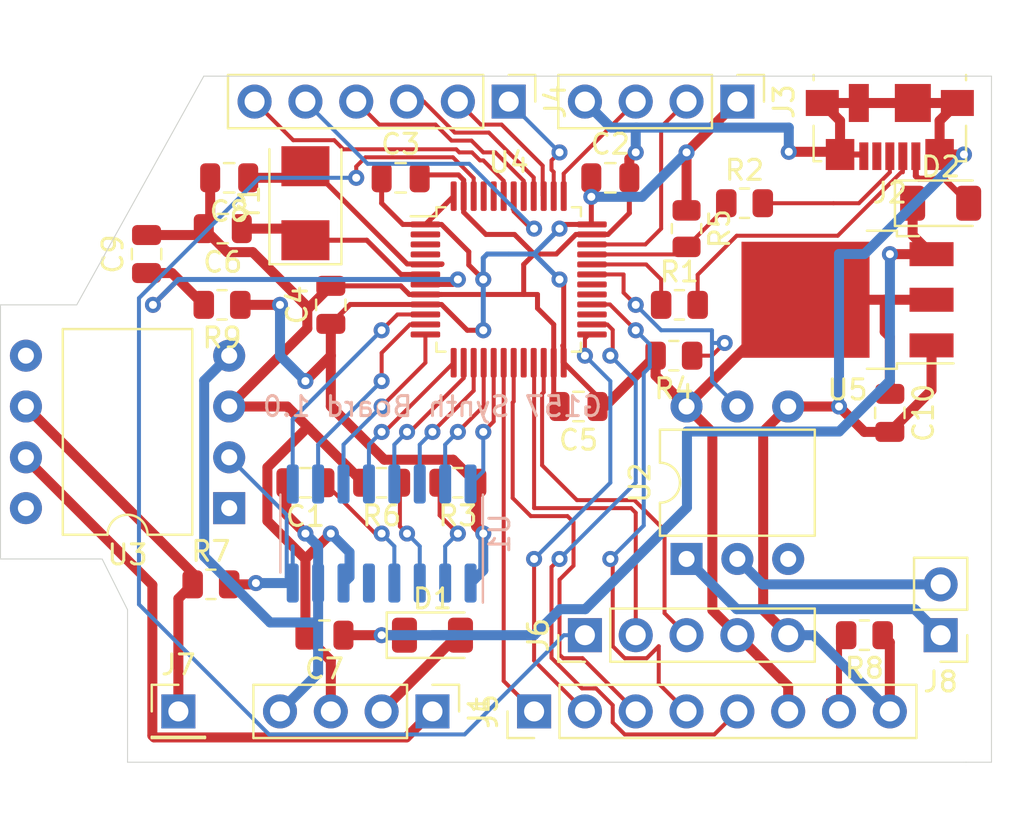
<source format=kicad_pcb>
(kicad_pcb (version 20171130) (host pcbnew "(5.1.10)-1")

  (general
    (thickness 1.6)
    (drawings 12)
    (tracks 509)
    (zones 0)
    (modules 35)
    (nets 63)
  )

  (page A4)
  (layers
    (0 F.Cu signal)
    (31 B.Cu signal)
    (32 B.Adhes user)
    (33 F.Adhes user)
    (34 B.Paste user)
    (35 F.Paste user)
    (36 B.SilkS user)
    (37 F.SilkS user)
    (38 B.Mask user)
    (39 F.Mask user)
    (40 Dwgs.User user)
    (41 Cmts.User user)
    (42 Eco1.User user)
    (43 Eco2.User user)
    (44 Edge.Cuts user)
    (45 Margin user)
    (46 B.CrtYd user)
    (47 F.CrtYd user)
    (48 B.Fab user)
    (49 F.Fab user)
  )

  (setup
    (last_trace_width 0.25)
    (user_trace_width 0.2)
    (user_trace_width 0.3)
    (user_trace_width 0.305)
    (user_trace_width 0.5)
    (trace_clearance 0.2)
    (zone_clearance 0.508)
    (zone_45_only no)
    (trace_min 0.2)
    (via_size 0.8)
    (via_drill 0.4)
    (via_min_size 0.4)
    (via_min_drill 0.3)
    (uvia_size 0.3)
    (uvia_drill 0.1)
    (uvias_allowed no)
    (uvia_min_size 0.2)
    (uvia_min_drill 0.1)
    (edge_width 0.05)
    (segment_width 0.2)
    (pcb_text_width 0.3)
    (pcb_text_size 1.5 1.5)
    (mod_edge_width 0.12)
    (mod_text_size 1 1)
    (mod_text_width 0.15)
    (pad_size 1.524 1.524)
    (pad_drill 0.762)
    (pad_to_mask_clearance 0)
    (aux_axis_origin 0 0)
    (visible_elements 7FFFFFFF)
    (pcbplotparams
      (layerselection 0x01008_7fffffff)
      (usegerberextensions false)
      (usegerberattributes true)
      (usegerberadvancedattributes true)
      (creategerberjobfile true)
      (excludeedgelayer true)
      (linewidth 0.100000)
      (plotframeref false)
      (viasonmask false)
      (mode 1)
      (useauxorigin false)
      (hpglpennumber 1)
      (hpglpenspeed 20)
      (hpglpendiameter 15.000000)
      (psnegative false)
      (psa4output false)
      (plotreference true)
      (plotvalue true)
      (plotinvisibletext false)
      (padsonsilk false)
      (subtractmaskfromsilk false)
      (outputformat 1)
      (mirror false)
      (drillshape 0)
      (scaleselection 1)
      (outputdirectory ""))
  )

  (net 0 "")
  (net 1 GPIOA7)
  (net 2 GPIOA6)
  (net 3 GPIOA5)
  (net 4 GPIOA4)
  (net 5 GPIOA3)
  (net 6 GPIOA2)
  (net 7 GPIOA1)
  (net 8 GPIOA0)
  (net 9 IO)
  (net 10 -9V)
  (net 11 GND)
  (net 12 "Net-(U1-Pad5)")
  (net 13 "Net-(C1-Pad1)")
  (net 14 "Net-(R6-Pad1)")
  (net 15 "Net-(R3-Pad2)")
  (net 16 +3V3)
  (net 17 +5V)
  (net 18 "Net-(U2-Pad3)")
  (net 19 RX1)
  (net 20 MIDI5)
  (net 21 MIDI4)
  (net 22 GPIOB9)
  (net 23 "Net-(U4-Pad45)")
  (net 24 "Net-(U4-Pad44)")
  (net 25 I2C_SDA1)
  (net 26 I2C_SCL1)
  (net 27 SPI_MOSI1)
  (net 28 SPI_MISO1)
  (net 29 SPI_SCK1)
  (net 30 SPI_NSS1)
  (net 31 SWCLK)
  (net 32 SWDIO)
  (net 33 PA12)
  (net 34 PA11)
  (net 35 "Net-(U4-Pad30)")
  (net 36 "Net-(U4-Pad29)")
  (net 37 SPI_MOSI2)
  (net 38 "Net-(U4-Pad27)")
  (net 39 SPI_SCK2)
  (net 40 SPI_NSS2)
  (net 41 GPIOB11)
  (net 42 GPIOB10)
  (net 43 "Net-(U4-Pad20)")
  (net 44 LCD_DC)
  (net 45 LCD_RST)
  (net 46 "Net-(U4-Pad4)")
  (net 47 "Net-(U4-Pad3)")
  (net 48 "Net-(U4-Pad2)")
  (net 49 "Net-(C6-Pad1)")
  (net 50 "Net-(C8-Pad1)")
  (net 51 "Net-(C9-Pad1)")
  (net 52 "Net-(D1-Pad2)")
  (net 53 "Net-(D2-Pad2)")
  (net 54 +9V)
  (net 55 "Net-(J2-Pad4)")
  (net 56 "Net-(J2-Pad3)")
  (net 57 "Net-(J2-Pad2)")
  (net 58 "Net-(J5-Pad7)")
  (net 59 AUDIO_OUT)
  (net 60 "Net-(U3-Pad8)")
  (net 61 "Net-(U3-Pad5)")
  (net 62 "Net-(U3-Pad1)")

  (net_class Default "This is the default net class."
    (clearance 0.2)
    (trace_width 0.25)
    (via_dia 0.8)
    (via_drill 0.4)
    (uvia_dia 0.3)
    (uvia_drill 0.1)
    (add_net +3V3)
    (add_net +5V)
    (add_net +9V)
    (add_net -9V)
    (add_net AUDIO_OUT)
    (add_net GND)
    (add_net GPIOA0)
    (add_net GPIOA1)
    (add_net GPIOA2)
    (add_net GPIOA3)
    (add_net GPIOA4)
    (add_net GPIOA5)
    (add_net GPIOA6)
    (add_net GPIOA7)
    (add_net GPIOB10)
    (add_net GPIOB11)
    (add_net GPIOB9)
    (add_net I2C_SCL1)
    (add_net I2C_SDA1)
    (add_net IO)
    (add_net LCD_DC)
    (add_net LCD_RST)
    (add_net MIDI4)
    (add_net MIDI5)
    (add_net "Net-(C1-Pad1)")
    (add_net "Net-(C6-Pad1)")
    (add_net "Net-(C8-Pad1)")
    (add_net "Net-(C9-Pad1)")
    (add_net "Net-(D1-Pad2)")
    (add_net "Net-(D2-Pad2)")
    (add_net "Net-(J2-Pad2)")
    (add_net "Net-(J2-Pad3)")
    (add_net "Net-(J2-Pad4)")
    (add_net "Net-(J5-Pad7)")
    (add_net "Net-(R3-Pad2)")
    (add_net "Net-(R6-Pad1)")
    (add_net "Net-(U1-Pad5)")
    (add_net "Net-(U2-Pad3)")
    (add_net "Net-(U3-Pad1)")
    (add_net "Net-(U3-Pad5)")
    (add_net "Net-(U3-Pad8)")
    (add_net "Net-(U4-Pad2)")
    (add_net "Net-(U4-Pad20)")
    (add_net "Net-(U4-Pad27)")
    (add_net "Net-(U4-Pad29)")
    (add_net "Net-(U4-Pad3)")
    (add_net "Net-(U4-Pad30)")
    (add_net "Net-(U4-Pad4)")
    (add_net "Net-(U4-Pad44)")
    (add_net "Net-(U4-Pad45)")
    (add_net PA11)
    (add_net PA12)
    (add_net RX1)
    (add_net SPI_MISO1)
    (add_net SPI_MOSI1)
    (add_net SPI_MOSI2)
    (add_net SPI_NSS1)
    (add_net SPI_NSS2)
    (add_net SPI_SCK1)
    (add_net SPI_SCK2)
    (add_net SWCLK)
    (add_net SWDIO)
  )

  (module Crystal:Crystal_SMD_5032-2Pin_5.0x3.2mm (layer F.Cu) (tedit 5A0FD1B2) (tstamp 616923BE)
    (at 138.43 55.88 90)
    (descr "SMD Crystal SERIES SMD2520/2 http://www.icbase.com/File/PDF/HKC/HKC00061008.pdf, 5.0x3.2mm^2 package")
    (tags "SMD SMT crystal")
    (path /61693389)
    (attr smd)
    (fp_text reference Y1 (at 0 -2.8 90) (layer F.SilkS)
      (effects (font (size 1 1) (thickness 0.15)))
    )
    (fp_text value Crystal (at 0 2.8 90) (layer F.Fab)
      (effects (font (size 1 1) (thickness 0.15)))
    )
    (fp_line (start -2.3 -1.6) (end 2.3 -1.6) (layer F.Fab) (width 0.1))
    (fp_line (start 2.3 -1.6) (end 2.5 -1.4) (layer F.Fab) (width 0.1))
    (fp_line (start 2.5 -1.4) (end 2.5 1.4) (layer F.Fab) (width 0.1))
    (fp_line (start 2.5 1.4) (end 2.3 1.6) (layer F.Fab) (width 0.1))
    (fp_line (start 2.3 1.6) (end -2.3 1.6) (layer F.Fab) (width 0.1))
    (fp_line (start -2.3 1.6) (end -2.5 1.4) (layer F.Fab) (width 0.1))
    (fp_line (start -2.5 1.4) (end -2.5 -1.4) (layer F.Fab) (width 0.1))
    (fp_line (start -2.5 -1.4) (end -2.3 -1.6) (layer F.Fab) (width 0.1))
    (fp_line (start -2.5 0.6) (end -1.5 1.6) (layer F.Fab) (width 0.1))
    (fp_line (start 2.7 -1.8) (end -3.05 -1.8) (layer F.SilkS) (width 0.12))
    (fp_line (start -3.05 -1.8) (end -3.05 1.8) (layer F.SilkS) (width 0.12))
    (fp_line (start -3.05 1.8) (end 2.7 1.8) (layer F.SilkS) (width 0.12))
    (fp_line (start -3.1 -1.9) (end -3.1 1.9) (layer F.CrtYd) (width 0.05))
    (fp_line (start -3.1 1.9) (end 3.1 1.9) (layer F.CrtYd) (width 0.05))
    (fp_line (start 3.1 1.9) (end 3.1 -1.9) (layer F.CrtYd) (width 0.05))
    (fp_line (start 3.1 -1.9) (end -3.1 -1.9) (layer F.CrtYd) (width 0.05))
    (fp_circle (center 0 0) (end 0.4 0) (layer F.Adhes) (width 0.1))
    (fp_circle (center 0 0) (end 0.333333 0) (layer F.Adhes) (width 0.133333))
    (fp_circle (center 0 0) (end 0.213333 0) (layer F.Adhes) (width 0.133333))
    (fp_circle (center 0 0) (end 0.093333 0) (layer F.Adhes) (width 0.186667))
    (fp_text user %R (at 0 0 90) (layer F.Fab)
      (effects (font (size 1 1) (thickness 0.15)))
    )
    (pad 2 smd rect (at 1.85 0 90) (size 2 2.4) (layers F.Cu F.Paste F.Mask)
      (net 50 "Net-(C8-Pad1)"))
    (pad 1 smd rect (at -1.85 0 90) (size 2 2.4) (layers F.Cu F.Paste F.Mask)
      (net 49 "Net-(C6-Pad1)"))
    (model ${KISYS3DMOD}/Crystal.3dshapes/Crystal_SMD_5032-2Pin_5.0x3.2mm.wrl
      (at (xyz 0 0 0))
      (scale (xyz 1 1 1))
      (rotate (xyz 0 0 0))
    )
  )

  (module Package_TO_SOT_SMD:TO-252-3_TabPin2 (layer F.Cu) (tedit 5A70F30B) (tstamp 616923A3)
    (at 165.525 60.705 180)
    (descr "TO-252 / DPAK SMD package, http://www.infineon.com/cms/en/product/packages/PG-TO252/PG-TO252-3-1/")
    (tags "DPAK TO-252 DPAK-3 TO-252-3 SOT-428")
    (path /616A77BA)
    (attr smd)
    (fp_text reference U5 (at 0 -4.5) (layer F.SilkS)
      (effects (font (size 1 1) (thickness 0.15)))
    )
    (fp_text value AMS1117CD-3.3 (at 0 4.5) (layer F.Fab)
      (effects (font (size 1 1) (thickness 0.15)))
    )
    (fp_line (start 3.95 -2.7) (end 4.95 -2.7) (layer F.Fab) (width 0.1))
    (fp_line (start 4.95 -2.7) (end 4.95 2.7) (layer F.Fab) (width 0.1))
    (fp_line (start 4.95 2.7) (end 3.95 2.7) (layer F.Fab) (width 0.1))
    (fp_line (start 3.95 -3.25) (end 3.95 3.25) (layer F.Fab) (width 0.1))
    (fp_line (start 3.95 3.25) (end -2.27 3.25) (layer F.Fab) (width 0.1))
    (fp_line (start -2.27 3.25) (end -2.27 -2.25) (layer F.Fab) (width 0.1))
    (fp_line (start -2.27 -2.25) (end -1.27 -3.25) (layer F.Fab) (width 0.1))
    (fp_line (start -1.27 -3.25) (end 3.95 -3.25) (layer F.Fab) (width 0.1))
    (fp_line (start -1.865 -2.655) (end -4.97 -2.655) (layer F.Fab) (width 0.1))
    (fp_line (start -4.97 -2.655) (end -4.97 -1.905) (layer F.Fab) (width 0.1))
    (fp_line (start -4.97 -1.905) (end -2.27 -1.905) (layer F.Fab) (width 0.1))
    (fp_line (start -2.27 -0.375) (end -4.97 -0.375) (layer F.Fab) (width 0.1))
    (fp_line (start -4.97 -0.375) (end -4.97 0.375) (layer F.Fab) (width 0.1))
    (fp_line (start -4.97 0.375) (end -2.27 0.375) (layer F.Fab) (width 0.1))
    (fp_line (start -2.27 1.905) (end -4.97 1.905) (layer F.Fab) (width 0.1))
    (fp_line (start -4.97 1.905) (end -4.97 2.655) (layer F.Fab) (width 0.1))
    (fp_line (start -4.97 2.655) (end -2.27 2.655) (layer F.Fab) (width 0.1))
    (fp_line (start -0.97 -3.45) (end -2.47 -3.45) (layer F.SilkS) (width 0.12))
    (fp_line (start -2.47 -3.45) (end -2.47 -3.18) (layer F.SilkS) (width 0.12))
    (fp_line (start -2.47 -3.18) (end -5.3 -3.18) (layer F.SilkS) (width 0.12))
    (fp_line (start -0.97 3.45) (end -2.47 3.45) (layer F.SilkS) (width 0.12))
    (fp_line (start -2.47 3.45) (end -2.47 3.18) (layer F.SilkS) (width 0.12))
    (fp_line (start -2.47 3.18) (end -3.57 3.18) (layer F.SilkS) (width 0.12))
    (fp_line (start -5.55 -3.5) (end -5.55 3.5) (layer F.CrtYd) (width 0.05))
    (fp_line (start -5.55 3.5) (end 5.55 3.5) (layer F.CrtYd) (width 0.05))
    (fp_line (start 5.55 3.5) (end 5.55 -3.5) (layer F.CrtYd) (width 0.05))
    (fp_line (start 5.55 -3.5) (end -5.55 -3.5) (layer F.CrtYd) (width 0.05))
    (fp_text user %R (at 0 0) (layer F.Fab)
      (effects (font (size 1 1) (thickness 0.15)))
    )
    (pad "" smd rect (at 0.425 1.525 180) (size 3.05 2.75) (layers F.Paste))
    (pad "" smd rect (at 3.775 -1.525 180) (size 3.05 2.75) (layers F.Paste))
    (pad "" smd rect (at 0.425 -1.525 180) (size 3.05 2.75) (layers F.Paste))
    (pad "" smd rect (at 3.775 1.525 180) (size 3.05 2.75) (layers F.Paste))
    (pad 2 smd rect (at 2.1 0 180) (size 6.4 5.8) (layers F.Cu F.Mask)
      (net 16 +3V3))
    (pad 3 smd rect (at -4.2 2.28 180) (size 2.2 1.2) (layers F.Cu F.Paste F.Mask)
      (net 17 +5V))
    (pad 2 smd rect (at -4.2 0 180) (size 2.2 1.2) (layers F.Cu F.Paste F.Mask)
      (net 16 +3V3))
    (pad 1 smd rect (at -4.2 -2.28 180) (size 2.2 1.2) (layers F.Cu F.Paste F.Mask)
      (net 11 GND))
    (model ${KISYS3DMOD}/Package_TO_SOT_SMD.3dshapes/TO-252-3_TabPin2.wrl
      (at (xyz 0 0 0))
      (scale (xyz 1 1 1))
      (rotate (xyz 0 0 0))
    )
  )

  (module Package_DIP:DIP-8_W10.16mm (layer F.Cu) (tedit 5A02E8C5) (tstamp 616922C7)
    (at 134.62 71.12 180)
    (descr "8-lead though-hole mounted DIP package, row spacing 10.16 mm (400 mils)")
    (tags "THT DIP DIL PDIP 2.54mm 10.16mm 400mil")
    (path /614EBB8C)
    (fp_text reference U3 (at 5.08 -2.33) (layer F.SilkS)
      (effects (font (size 1 1) (thickness 0.15)))
    )
    (fp_text value LM741 (at 5.08 9.95) (layer F.Fab)
      (effects (font (size 1 1) (thickness 0.15)))
    )
    (fp_line (start 2.905 -1.27) (end 8.255 -1.27) (layer F.Fab) (width 0.1))
    (fp_line (start 8.255 -1.27) (end 8.255 8.89) (layer F.Fab) (width 0.1))
    (fp_line (start 8.255 8.89) (end 1.905 8.89) (layer F.Fab) (width 0.1))
    (fp_line (start 1.905 8.89) (end 1.905 -0.27) (layer F.Fab) (width 0.1))
    (fp_line (start 1.905 -0.27) (end 2.905 -1.27) (layer F.Fab) (width 0.1))
    (fp_line (start 4.08 -1.33) (end 1.845 -1.33) (layer F.SilkS) (width 0.12))
    (fp_line (start 1.845 -1.33) (end 1.845 8.95) (layer F.SilkS) (width 0.12))
    (fp_line (start 1.845 8.95) (end 8.315 8.95) (layer F.SilkS) (width 0.12))
    (fp_line (start 8.315 8.95) (end 8.315 -1.33) (layer F.SilkS) (width 0.12))
    (fp_line (start 8.315 -1.33) (end 6.08 -1.33) (layer F.SilkS) (width 0.12))
    (fp_line (start -1.05 -1.55) (end -1.05 9.15) (layer F.CrtYd) (width 0.05))
    (fp_line (start -1.05 9.15) (end 11.25 9.15) (layer F.CrtYd) (width 0.05))
    (fp_line (start 11.25 9.15) (end 11.25 -1.55) (layer F.CrtYd) (width 0.05))
    (fp_line (start 11.25 -1.55) (end -1.05 -1.55) (layer F.CrtYd) (width 0.05))
    (fp_text user %R (at 5.08 3.81) (layer F.Fab)
      (effects (font (size 1 1) (thickness 0.15)))
    )
    (fp_arc (start 5.08 -1.33) (end 4.08 -1.33) (angle -180) (layer F.SilkS) (width 0.12))
    (pad 8 thru_hole oval (at 10.16 0 180) (size 1.6 1.6) (drill 0.8) (layers *.Cu *.Mask)
      (net 60 "Net-(U3-Pad8)"))
    (pad 4 thru_hole oval (at 0 7.62 180) (size 1.6 1.6) (drill 0.8) (layers *.Cu *.Mask)
      (net 10 -9V))
    (pad 7 thru_hole oval (at 10.16 2.54 180) (size 1.6 1.6) (drill 0.8) (layers *.Cu *.Mask)
      (net 54 +9V))
    (pad 3 thru_hole oval (at 0 5.08 180) (size 1.6 1.6) (drill 0.8) (layers *.Cu *.Mask)
      (net 11 GND))
    (pad 6 thru_hole oval (at 10.16 5.08 180) (size 1.6 1.6) (drill 0.8) (layers *.Cu *.Mask)
      (net 59 AUDIO_OUT))
    (pad 2 thru_hole oval (at 0 2.54 180) (size 1.6 1.6) (drill 0.8) (layers *.Cu *.Mask)
      (net 9 IO))
    (pad 5 thru_hole oval (at 10.16 7.62 180) (size 1.6 1.6) (drill 0.8) (layers *.Cu *.Mask)
      (net 61 "Net-(U3-Pad5)"))
    (pad 1 thru_hole rect (at 0 0 180) (size 1.6 1.6) (drill 0.8) (layers *.Cu *.Mask)
      (net 62 "Net-(U3-Pad1)"))
    (model ${KISYS3DMOD}/Package_DIP.3dshapes/DIP-8_W10.16mm.wrl
      (at (xyz 0 0 0))
      (scale (xyz 1 1 1))
      (rotate (xyz 0 0 0))
    )
  )

  (module Resistor_SMD:R_0805_2012Metric (layer F.Cu) (tedit 5F68FEEE) (tstamp 61692237)
    (at 134.2625 60.96 180)
    (descr "Resistor SMD 0805 (2012 Metric), square (rectangular) end terminal, IPC_7351 nominal, (Body size source: IPC-SM-782 page 72, https://www.pcb-3d.com/wordpress/wp-content/uploads/ipc-sm-782a_amendment_1_and_2.pdf), generated with kicad-footprint-generator")
    (tags resistor)
    (path /616A4C77)
    (attr smd)
    (fp_text reference R9 (at 0 -1.65) (layer F.SilkS)
      (effects (font (size 1 1) (thickness 0.15)))
    )
    (fp_text value 10k (at 0 1.65) (layer F.Fab)
      (effects (font (size 1 1) (thickness 0.15)))
    )
    (fp_line (start -1 0.625) (end -1 -0.625) (layer F.Fab) (width 0.1))
    (fp_line (start -1 -0.625) (end 1 -0.625) (layer F.Fab) (width 0.1))
    (fp_line (start 1 -0.625) (end 1 0.625) (layer F.Fab) (width 0.1))
    (fp_line (start 1 0.625) (end -1 0.625) (layer F.Fab) (width 0.1))
    (fp_line (start -0.227064 -0.735) (end 0.227064 -0.735) (layer F.SilkS) (width 0.12))
    (fp_line (start -0.227064 0.735) (end 0.227064 0.735) (layer F.SilkS) (width 0.12))
    (fp_line (start -1.68 0.95) (end -1.68 -0.95) (layer F.CrtYd) (width 0.05))
    (fp_line (start -1.68 -0.95) (end 1.68 -0.95) (layer F.CrtYd) (width 0.05))
    (fp_line (start 1.68 -0.95) (end 1.68 0.95) (layer F.CrtYd) (width 0.05))
    (fp_line (start 1.68 0.95) (end -1.68 0.95) (layer F.CrtYd) (width 0.05))
    (fp_text user %R (at 0 0) (layer F.Fab)
      (effects (font (size 0.5 0.5) (thickness 0.08)))
    )
    (pad 2 smd roundrect (at 0.9125 0 180) (size 1.025 1.4) (layers F.Cu F.Paste F.Mask) (roundrect_rratio 0.2439014634146341)
      (net 51 "Net-(C9-Pad1)"))
    (pad 1 smd roundrect (at -0.9125 0 180) (size 1.025 1.4) (layers F.Cu F.Paste F.Mask) (roundrect_rratio 0.2439014634146341)
      (net 16 +3V3))
    (model ${KISYS3DMOD}/Resistor_SMD.3dshapes/R_0805_2012Metric.wrl
      (at (xyz 0 0 0))
      (scale (xyz 1 1 1))
      (rotate (xyz 0 0 0))
    )
  )

  (module Resistor_SMD:R_0805_2012Metric (layer F.Cu) (tedit 5F68FEEE) (tstamp 61692226)
    (at 166.37 77.47 180)
    (descr "Resistor SMD 0805 (2012 Metric), square (rectangular) end terminal, IPC_7351 nominal, (Body size source: IPC-SM-782 page 72, https://www.pcb-3d.com/wordpress/wp-content/uploads/ipc-sm-782a_amendment_1_and_2.pdf), generated with kicad-footprint-generator")
    (tags resistor)
    (path /615C5737)
    (attr smd)
    (fp_text reference R8 (at 0 -1.65) (layer F.SilkS)
      (effects (font (size 1 1) (thickness 0.15)))
    )
    (fp_text value 200 (at 0 1.65) (layer F.Fab)
      (effects (font (size 1 1) (thickness 0.15)))
    )
    (fp_line (start -1 0.625) (end -1 -0.625) (layer F.Fab) (width 0.1))
    (fp_line (start -1 -0.625) (end 1 -0.625) (layer F.Fab) (width 0.1))
    (fp_line (start 1 -0.625) (end 1 0.625) (layer F.Fab) (width 0.1))
    (fp_line (start 1 0.625) (end -1 0.625) (layer F.Fab) (width 0.1))
    (fp_line (start -0.227064 -0.735) (end 0.227064 -0.735) (layer F.SilkS) (width 0.12))
    (fp_line (start -0.227064 0.735) (end 0.227064 0.735) (layer F.SilkS) (width 0.12))
    (fp_line (start -1.68 0.95) (end -1.68 -0.95) (layer F.CrtYd) (width 0.05))
    (fp_line (start -1.68 -0.95) (end 1.68 -0.95) (layer F.CrtYd) (width 0.05))
    (fp_line (start 1.68 -0.95) (end 1.68 0.95) (layer F.CrtYd) (width 0.05))
    (fp_line (start 1.68 0.95) (end -1.68 0.95) (layer F.CrtYd) (width 0.05))
    (fp_text user %R (at 0 0) (layer F.Fab)
      (effects (font (size 0.5 0.5) (thickness 0.08)))
    )
    (pad 2 smd roundrect (at 0.9125 0 180) (size 1.025 1.4) (layers F.Cu F.Paste F.Mask) (roundrect_rratio 0.2439014634146341)
      (net 58 "Net-(J5-Pad7)"))
    (pad 1 smd roundrect (at -0.9125 0 180) (size 1.025 1.4) (layers F.Cu F.Paste F.Mask) (roundrect_rratio 0.2439014634146341)
      (net 11 GND))
    (model ${KISYS3DMOD}/Resistor_SMD.3dshapes/R_0805_2012Metric.wrl
      (at (xyz 0 0 0))
      (scale (xyz 1 1 1))
      (rotate (xyz 0 0 0))
    )
  )

  (module Resistor_SMD:R_0805_2012Metric (layer F.Cu) (tedit 5F68FEEE) (tstamp 61692215)
    (at 133.7075 74.93)
    (descr "Resistor SMD 0805 (2012 Metric), square (rectangular) end terminal, IPC_7351 nominal, (Body size source: IPC-SM-782 page 72, https://www.pcb-3d.com/wordpress/wp-content/uploads/ipc-sm-782a_amendment_1_and_2.pdf), generated with kicad-footprint-generator")
    (tags resistor)
    (path /614ECE4D)
    (attr smd)
    (fp_text reference R7 (at 0 -1.65) (layer F.SilkS)
      (effects (font (size 1 1) (thickness 0.15)))
    )
    (fp_text value 4700 (at 0 1.65) (layer F.Fab)
      (effects (font (size 1 1) (thickness 0.15)))
    )
    (fp_line (start -1 0.625) (end -1 -0.625) (layer F.Fab) (width 0.1))
    (fp_line (start -1 -0.625) (end 1 -0.625) (layer F.Fab) (width 0.1))
    (fp_line (start 1 -0.625) (end 1 0.625) (layer F.Fab) (width 0.1))
    (fp_line (start 1 0.625) (end -1 0.625) (layer F.Fab) (width 0.1))
    (fp_line (start -0.227064 -0.735) (end 0.227064 -0.735) (layer F.SilkS) (width 0.12))
    (fp_line (start -0.227064 0.735) (end 0.227064 0.735) (layer F.SilkS) (width 0.12))
    (fp_line (start -1.68 0.95) (end -1.68 -0.95) (layer F.CrtYd) (width 0.05))
    (fp_line (start -1.68 -0.95) (end 1.68 -0.95) (layer F.CrtYd) (width 0.05))
    (fp_line (start 1.68 -0.95) (end 1.68 0.95) (layer F.CrtYd) (width 0.05))
    (fp_line (start 1.68 0.95) (end -1.68 0.95) (layer F.CrtYd) (width 0.05))
    (fp_text user %R (at 0 0) (layer F.Fab)
      (effects (font (size 0.5 0.5) (thickness 0.08)))
    )
    (pad 2 smd roundrect (at 0.9125 0) (size 1.025 1.4) (layers F.Cu F.Paste F.Mask) (roundrect_rratio 0.2439014634146341)
      (net 9 IO))
    (pad 1 smd roundrect (at -0.9125 0) (size 1.025 1.4) (layers F.Cu F.Paste F.Mask) (roundrect_rratio 0.2439014634146341)
      (net 59 AUDIO_OUT))
    (model ${KISYS3DMOD}/Resistor_SMD.3dshapes/R_0805_2012Metric.wrl
      (at (xyz 0 0 0))
      (scale (xyz 1 1 1))
      (rotate (xyz 0 0 0))
    )
  )

  (module Resistor_SMD:R_0805_2012Metric (layer F.Cu) (tedit 5F68FEEE) (tstamp 61692204)
    (at 142.24 69.85 180)
    (descr "Resistor SMD 0805 (2012 Metric), square (rectangular) end terminal, IPC_7351 nominal, (Body size source: IPC-SM-782 page 72, https://www.pcb-3d.com/wordpress/wp-content/uploads/ipc-sm-782a_amendment_1_and_2.pdf), generated with kicad-footprint-generator")
    (tags resistor)
    (path /614E7823)
    (attr smd)
    (fp_text reference R6 (at 0 -1.65) (layer F.SilkS)
      (effects (font (size 1 1) (thickness 0.15)))
    )
    (fp_text value 4700 (at 0 1.65) (layer F.Fab)
      (effects (font (size 1 1) (thickness 0.15)))
    )
    (fp_line (start -1 0.625) (end -1 -0.625) (layer F.Fab) (width 0.1))
    (fp_line (start -1 -0.625) (end 1 -0.625) (layer F.Fab) (width 0.1))
    (fp_line (start 1 -0.625) (end 1 0.625) (layer F.Fab) (width 0.1))
    (fp_line (start 1 0.625) (end -1 0.625) (layer F.Fab) (width 0.1))
    (fp_line (start -0.227064 -0.735) (end 0.227064 -0.735) (layer F.SilkS) (width 0.12))
    (fp_line (start -0.227064 0.735) (end 0.227064 0.735) (layer F.SilkS) (width 0.12))
    (fp_line (start -1.68 0.95) (end -1.68 -0.95) (layer F.CrtYd) (width 0.05))
    (fp_line (start -1.68 -0.95) (end 1.68 -0.95) (layer F.CrtYd) (width 0.05))
    (fp_line (start 1.68 -0.95) (end 1.68 0.95) (layer F.CrtYd) (width 0.05))
    (fp_line (start 1.68 0.95) (end -1.68 0.95) (layer F.CrtYd) (width 0.05))
    (fp_text user %R (at 0 0) (layer F.Fab)
      (effects (font (size 0.5 0.5) (thickness 0.08)))
    )
    (pad 2 smd roundrect (at 0.9125 0 180) (size 1.025 1.4) (layers F.Cu F.Paste F.Mask) (roundrect_rratio 0.2439014634146341)
      (net 11 GND))
    (pad 1 smd roundrect (at -0.9125 0 180) (size 1.025 1.4) (layers F.Cu F.Paste F.Mask) (roundrect_rratio 0.2439014634146341)
      (net 14 "Net-(R6-Pad1)"))
    (model ${KISYS3DMOD}/Resistor_SMD.3dshapes/R_0805_2012Metric.wrl
      (at (xyz 0 0 0))
      (scale (xyz 1 1 1))
      (rotate (xyz 0 0 0))
    )
  )

  (module Resistor_SMD:R_0805_2012Metric (layer F.Cu) (tedit 5F68FEEE) (tstamp 616921F3)
    (at 157.48 57.15 270)
    (descr "Resistor SMD 0805 (2012 Metric), square (rectangular) end terminal, IPC_7351 nominal, (Body size source: IPC-SM-782 page 72, https://www.pcb-3d.com/wordpress/wp-content/uploads/ipc-sm-782a_amendment_1_and_2.pdf), generated with kicad-footprint-generator")
    (tags resistor)
    (path /615B910D)
    (attr smd)
    (fp_text reference R5 (at 0 -1.65 90) (layer F.SilkS)
      (effects (font (size 1 1) (thickness 0.15)))
    )
    (fp_text value 1500 (at 0 1.65 90) (layer F.Fab)
      (effects (font (size 1 1) (thickness 0.15)))
    )
    (fp_line (start -1 0.625) (end -1 -0.625) (layer F.Fab) (width 0.1))
    (fp_line (start -1 -0.625) (end 1 -0.625) (layer F.Fab) (width 0.1))
    (fp_line (start 1 -0.625) (end 1 0.625) (layer F.Fab) (width 0.1))
    (fp_line (start 1 0.625) (end -1 0.625) (layer F.Fab) (width 0.1))
    (fp_line (start -0.227064 -0.735) (end 0.227064 -0.735) (layer F.SilkS) (width 0.12))
    (fp_line (start -0.227064 0.735) (end 0.227064 0.735) (layer F.SilkS) (width 0.12))
    (fp_line (start -1.68 0.95) (end -1.68 -0.95) (layer F.CrtYd) (width 0.05))
    (fp_line (start -1.68 -0.95) (end 1.68 -0.95) (layer F.CrtYd) (width 0.05))
    (fp_line (start 1.68 -0.95) (end 1.68 0.95) (layer F.CrtYd) (width 0.05))
    (fp_line (start 1.68 0.95) (end -1.68 0.95) (layer F.CrtYd) (width 0.05))
    (fp_text user %R (at 0 0 90) (layer F.Fab)
      (effects (font (size 0.5 0.5) (thickness 0.08)))
    )
    (pad 2 smd roundrect (at 0.9125 0 270) (size 1.025 1.4) (layers F.Cu F.Paste F.Mask) (roundrect_rratio 0.2439014634146341)
      (net 33 PA12))
    (pad 1 smd roundrect (at -0.9125 0 270) (size 1.025 1.4) (layers F.Cu F.Paste F.Mask) (roundrect_rratio 0.2439014634146341)
      (net 16 +3V3))
    (model ${KISYS3DMOD}/Resistor_SMD.3dshapes/R_0805_2012Metric.wrl
      (at (xyz 0 0 0))
      (scale (xyz 1 1 1))
      (rotate (xyz 0 0 0))
    )
  )

  (module Resistor_SMD:R_0805_2012Metric (layer F.Cu) (tedit 5F68FEEE) (tstamp 616921E2)
    (at 156.845 63.5 180)
    (descr "Resistor SMD 0805 (2012 Metric), square (rectangular) end terminal, IPC_7351 nominal, (Body size source: IPC-SM-782 page 72, https://www.pcb-3d.com/wordpress/wp-content/uploads/ipc-sm-782a_amendment_1_and_2.pdf), generated with kicad-footprint-generator")
    (tags resistor)
    (path /615D1D6A)
    (attr smd)
    (fp_text reference R4 (at 0 -1.65) (layer F.SilkS)
      (effects (font (size 1 1) (thickness 0.15)))
    )
    (fp_text value 280 (at 0 1.65) (layer F.Fab)
      (effects (font (size 1 1) (thickness 0.15)))
    )
    (fp_line (start -1 0.625) (end -1 -0.625) (layer F.Fab) (width 0.1))
    (fp_line (start -1 -0.625) (end 1 -0.625) (layer F.Fab) (width 0.1))
    (fp_line (start 1 -0.625) (end 1 0.625) (layer F.Fab) (width 0.1))
    (fp_line (start 1 0.625) (end -1 0.625) (layer F.Fab) (width 0.1))
    (fp_line (start -0.227064 -0.735) (end 0.227064 -0.735) (layer F.SilkS) (width 0.12))
    (fp_line (start -0.227064 0.735) (end 0.227064 0.735) (layer F.SilkS) (width 0.12))
    (fp_line (start -1.68 0.95) (end -1.68 -0.95) (layer F.CrtYd) (width 0.05))
    (fp_line (start -1.68 -0.95) (end 1.68 -0.95) (layer F.CrtYd) (width 0.05))
    (fp_line (start 1.68 -0.95) (end 1.68 0.95) (layer F.CrtYd) (width 0.05))
    (fp_line (start 1.68 0.95) (end -1.68 0.95) (layer F.CrtYd) (width 0.05))
    (fp_text user %R (at 0 0) (layer F.Fab)
      (effects (font (size 0.5 0.5) (thickness 0.08)))
    )
    (pad 2 smd roundrect (at 0.9125 0 180) (size 1.025 1.4) (layers F.Cu F.Paste F.Mask) (roundrect_rratio 0.2439014634146341)
      (net 16 +3V3))
    (pad 1 smd roundrect (at -0.9125 0 180) (size 1.025 1.4) (layers F.Cu F.Paste F.Mask) (roundrect_rratio 0.2439014634146341)
      (net 19 RX1))
    (model ${KISYS3DMOD}/Resistor_SMD.3dshapes/R_0805_2012Metric.wrl
      (at (xyz 0 0 0))
      (scale (xyz 1 1 1))
      (rotate (xyz 0 0 0))
    )
  )

  (module Resistor_SMD:R_0805_2012Metric (layer F.Cu) (tedit 5F68FEEE) (tstamp 616921D1)
    (at 146.05 69.85 180)
    (descr "Resistor SMD 0805 (2012 Metric), square (rectangular) end terminal, IPC_7351 nominal, (Body size source: IPC-SM-782 page 72, https://www.pcb-3d.com/wordpress/wp-content/uploads/ipc-sm-782a_amendment_1_and_2.pdf), generated with kicad-footprint-generator")
    (tags resistor)
    (path /614E72B4)
    (attr smd)
    (fp_text reference R3 (at 0 -1.65) (layer F.SilkS)
      (effects (font (size 1 1) (thickness 0.15)))
    )
    (fp_text value 3000 (at 0 1.65) (layer F.Fab)
      (effects (font (size 1 1) (thickness 0.15)))
    )
    (fp_line (start -1 0.625) (end -1 -0.625) (layer F.Fab) (width 0.1))
    (fp_line (start -1 -0.625) (end 1 -0.625) (layer F.Fab) (width 0.1))
    (fp_line (start 1 -0.625) (end 1 0.625) (layer F.Fab) (width 0.1))
    (fp_line (start 1 0.625) (end -1 0.625) (layer F.Fab) (width 0.1))
    (fp_line (start -0.227064 -0.735) (end 0.227064 -0.735) (layer F.SilkS) (width 0.12))
    (fp_line (start -0.227064 0.735) (end 0.227064 0.735) (layer F.SilkS) (width 0.12))
    (fp_line (start -1.68 0.95) (end -1.68 -0.95) (layer F.CrtYd) (width 0.05))
    (fp_line (start -1.68 -0.95) (end 1.68 -0.95) (layer F.CrtYd) (width 0.05))
    (fp_line (start 1.68 -0.95) (end 1.68 0.95) (layer F.CrtYd) (width 0.05))
    (fp_line (start 1.68 0.95) (end -1.68 0.95) (layer F.CrtYd) (width 0.05))
    (fp_text user %R (at 0 0) (layer F.Fab)
      (effects (font (size 0.5 0.5) (thickness 0.08)))
    )
    (pad 2 smd roundrect (at 0.9125 0 180) (size 1.025 1.4) (layers F.Cu F.Paste F.Mask) (roundrect_rratio 0.2439014634146341)
      (net 15 "Net-(R3-Pad2)"))
    (pad 1 smd roundrect (at -0.9125 0 180) (size 1.025 1.4) (layers F.Cu F.Paste F.Mask) (roundrect_rratio 0.2439014634146341)
      (net 16 +3V3))
    (model ${KISYS3DMOD}/Resistor_SMD.3dshapes/R_0805_2012Metric.wrl
      (at (xyz 0 0 0))
      (scale (xyz 1 1 1))
      (rotate (xyz 0 0 0))
    )
  )

  (module Resistor_SMD:R_0805_2012Metric (layer F.Cu) (tedit 5F68FEEE) (tstamp 616921C0)
    (at 160.3775 55.88)
    (descr "Resistor SMD 0805 (2012 Metric), square (rectangular) end terminal, IPC_7351 nominal, (Body size source: IPC-SM-782 page 72, https://www.pcb-3d.com/wordpress/wp-content/uploads/ipc-sm-782a_amendment_1_and_2.pdf), generated with kicad-footprint-generator")
    (tags resistor)
    (path /615B6788)
    (attr smd)
    (fp_text reference R2 (at 0 -1.65) (layer F.SilkS)
      (effects (font (size 1 1) (thickness 0.15)))
    )
    (fp_text value 20 (at 0 1.65) (layer F.Fab)
      (effects (font (size 1 1) (thickness 0.15)))
    )
    (fp_line (start -1 0.625) (end -1 -0.625) (layer F.Fab) (width 0.1))
    (fp_line (start -1 -0.625) (end 1 -0.625) (layer F.Fab) (width 0.1))
    (fp_line (start 1 -0.625) (end 1 0.625) (layer F.Fab) (width 0.1))
    (fp_line (start 1 0.625) (end -1 0.625) (layer F.Fab) (width 0.1))
    (fp_line (start -0.227064 -0.735) (end 0.227064 -0.735) (layer F.SilkS) (width 0.12))
    (fp_line (start -0.227064 0.735) (end 0.227064 0.735) (layer F.SilkS) (width 0.12))
    (fp_line (start -1.68 0.95) (end -1.68 -0.95) (layer F.CrtYd) (width 0.05))
    (fp_line (start -1.68 -0.95) (end 1.68 -0.95) (layer F.CrtYd) (width 0.05))
    (fp_line (start 1.68 -0.95) (end 1.68 0.95) (layer F.CrtYd) (width 0.05))
    (fp_line (start 1.68 0.95) (end -1.68 0.95) (layer F.CrtYd) (width 0.05))
    (fp_text user %R (at 0 0) (layer F.Fab)
      (effects (font (size 0.5 0.5) (thickness 0.08)))
    )
    (pad 2 smd roundrect (at 0.9125 0) (size 1.025 1.4) (layers F.Cu F.Paste F.Mask) (roundrect_rratio 0.2439014634146341)
      (net 56 "Net-(J2-Pad3)"))
    (pad 1 smd roundrect (at -0.9125 0) (size 1.025 1.4) (layers F.Cu F.Paste F.Mask) (roundrect_rratio 0.2439014634146341)
      (net 33 PA12))
    (model ${KISYS3DMOD}/Resistor_SMD.3dshapes/R_0805_2012Metric.wrl
      (at (xyz 0 0 0))
      (scale (xyz 1 1 1))
      (rotate (xyz 0 0 0))
    )
  )

  (module Resistor_SMD:R_0805_2012Metric (layer F.Cu) (tedit 5F68FEEE) (tstamp 616921AF)
    (at 157.1225 60.96)
    (descr "Resistor SMD 0805 (2012 Metric), square (rectangular) end terminal, IPC_7351 nominal, (Body size source: IPC-SM-782 page 72, https://www.pcb-3d.com/wordpress/wp-content/uploads/ipc-sm-782a_amendment_1_and_2.pdf), generated with kicad-footprint-generator")
    (tags resistor)
    (path /615B4C27)
    (attr smd)
    (fp_text reference R1 (at 0 -1.65) (layer F.SilkS)
      (effects (font (size 1 1) (thickness 0.15)))
    )
    (fp_text value 20 (at 0 1.65) (layer F.Fab)
      (effects (font (size 1 1) (thickness 0.15)))
    )
    (fp_line (start -1 0.625) (end -1 -0.625) (layer F.Fab) (width 0.1))
    (fp_line (start -1 -0.625) (end 1 -0.625) (layer F.Fab) (width 0.1))
    (fp_line (start 1 -0.625) (end 1 0.625) (layer F.Fab) (width 0.1))
    (fp_line (start 1 0.625) (end -1 0.625) (layer F.Fab) (width 0.1))
    (fp_line (start -0.227064 -0.735) (end 0.227064 -0.735) (layer F.SilkS) (width 0.12))
    (fp_line (start -0.227064 0.735) (end 0.227064 0.735) (layer F.SilkS) (width 0.12))
    (fp_line (start -1.68 0.95) (end -1.68 -0.95) (layer F.CrtYd) (width 0.05))
    (fp_line (start -1.68 -0.95) (end 1.68 -0.95) (layer F.CrtYd) (width 0.05))
    (fp_line (start 1.68 -0.95) (end 1.68 0.95) (layer F.CrtYd) (width 0.05))
    (fp_line (start 1.68 0.95) (end -1.68 0.95) (layer F.CrtYd) (width 0.05))
    (fp_text user %R (at 0 0) (layer F.Fab)
      (effects (font (size 0.5 0.5) (thickness 0.08)))
    )
    (pad 2 smd roundrect (at 0.9125 0) (size 1.025 1.4) (layers F.Cu F.Paste F.Mask) (roundrect_rratio 0.2439014634146341)
      (net 57 "Net-(J2-Pad2)"))
    (pad 1 smd roundrect (at -0.9125 0) (size 1.025 1.4) (layers F.Cu F.Paste F.Mask) (roundrect_rratio 0.2439014634146341)
      (net 34 PA11))
    (model ${KISYS3DMOD}/Resistor_SMD.3dshapes/R_0805_2012Metric.wrl
      (at (xyz 0 0 0))
      (scale (xyz 1 1 1))
      (rotate (xyz 0 0 0))
    )
  )

  (module Connector_PinHeader_2.54mm:PinHeader_1x02_P2.54mm_Vertical (layer F.Cu) (tedit 59FED5CC) (tstamp 6169219E)
    (at 170.18 77.47 180)
    (descr "Through hole straight pin header, 1x02, 2.54mm pitch, single row")
    (tags "Through hole pin header THT 1x02 2.54mm single row")
    (path /615CF88E)
    (fp_text reference J8 (at 0 -2.33) (layer F.SilkS)
      (effects (font (size 1 1) (thickness 0.15)))
    )
    (fp_text value Midi_In (at 0 4.87) (layer F.Fab)
      (effects (font (size 1 1) (thickness 0.15)))
    )
    (fp_line (start -0.635 -1.27) (end 1.27 -1.27) (layer F.Fab) (width 0.1))
    (fp_line (start 1.27 -1.27) (end 1.27 3.81) (layer F.Fab) (width 0.1))
    (fp_line (start 1.27 3.81) (end -1.27 3.81) (layer F.Fab) (width 0.1))
    (fp_line (start -1.27 3.81) (end -1.27 -0.635) (layer F.Fab) (width 0.1))
    (fp_line (start -1.27 -0.635) (end -0.635 -1.27) (layer F.Fab) (width 0.1))
    (fp_line (start -1.33 3.87) (end 1.33 3.87) (layer F.SilkS) (width 0.12))
    (fp_line (start -1.33 1.27) (end -1.33 3.87) (layer F.SilkS) (width 0.12))
    (fp_line (start 1.33 1.27) (end 1.33 3.87) (layer F.SilkS) (width 0.12))
    (fp_line (start -1.33 1.27) (end 1.33 1.27) (layer F.SilkS) (width 0.12))
    (fp_line (start -1.33 0) (end -1.33 -1.33) (layer F.SilkS) (width 0.12))
    (fp_line (start -1.33 -1.33) (end 0 -1.33) (layer F.SilkS) (width 0.12))
    (fp_line (start -1.8 -1.8) (end -1.8 4.35) (layer F.CrtYd) (width 0.05))
    (fp_line (start -1.8 4.35) (end 1.8 4.35) (layer F.CrtYd) (width 0.05))
    (fp_line (start 1.8 4.35) (end 1.8 -1.8) (layer F.CrtYd) (width 0.05))
    (fp_line (start 1.8 -1.8) (end -1.8 -1.8) (layer F.CrtYd) (width 0.05))
    (fp_text user %R (at 0 1.27 90) (layer F.Fab)
      (effects (font (size 1 1) (thickness 0.15)))
    )
    (pad 2 thru_hole oval (at 0 2.54 180) (size 1.7 1.7) (drill 1) (layers *.Cu *.Mask)
      (net 20 MIDI5))
    (pad 1 thru_hole rect (at 0 0 180) (size 1.7 1.7) (drill 1) (layers *.Cu *.Mask)
      (net 21 MIDI4))
    (model ${KISYS3DMOD}/Connector_PinHeader_2.54mm.3dshapes/PinHeader_1x02_P2.54mm_Vertical.wrl
      (at (xyz 0 0 0))
      (scale (xyz 1 1 1))
      (rotate (xyz 0 0 0))
    )
  )

  (module Connector_PinHeader_2.54mm:PinHeader_1x01_P2.54mm_Vertical (layer F.Cu) (tedit 59FED5CC) (tstamp 61692188)
    (at 132.08 81.28)
    (descr "Through hole straight pin header, 1x01, 2.54mm pitch, single row")
    (tags "Through hole pin header THT 1x01 2.54mm single row")
    (path /615CB762)
    (fp_text reference J7 (at 0 -2.33) (layer F.SilkS)
      (effects (font (size 1 1) (thickness 0.15)))
    )
    (fp_text value Audio_Out (at 0 2.33) (layer F.Fab)
      (effects (font (size 1 1) (thickness 0.15)))
    )
    (fp_line (start -0.635 -1.27) (end 1.27 -1.27) (layer F.Fab) (width 0.1))
    (fp_line (start 1.27 -1.27) (end 1.27 1.27) (layer F.Fab) (width 0.1))
    (fp_line (start 1.27 1.27) (end -1.27 1.27) (layer F.Fab) (width 0.1))
    (fp_line (start -1.27 1.27) (end -1.27 -0.635) (layer F.Fab) (width 0.1))
    (fp_line (start -1.27 -0.635) (end -0.635 -1.27) (layer F.Fab) (width 0.1))
    (fp_line (start -1.33 1.33) (end 1.33 1.33) (layer F.SilkS) (width 0.12))
    (fp_line (start -1.33 1.27) (end -1.33 1.33) (layer F.SilkS) (width 0.12))
    (fp_line (start 1.33 1.27) (end 1.33 1.33) (layer F.SilkS) (width 0.12))
    (fp_line (start -1.33 1.27) (end 1.33 1.27) (layer F.SilkS) (width 0.12))
    (fp_line (start -1.33 0) (end -1.33 -1.33) (layer F.SilkS) (width 0.12))
    (fp_line (start -1.33 -1.33) (end 0 -1.33) (layer F.SilkS) (width 0.12))
    (fp_line (start -1.8 -1.8) (end -1.8 1.8) (layer F.CrtYd) (width 0.05))
    (fp_line (start -1.8 1.8) (end 1.8 1.8) (layer F.CrtYd) (width 0.05))
    (fp_line (start 1.8 1.8) (end 1.8 -1.8) (layer F.CrtYd) (width 0.05))
    (fp_line (start 1.8 -1.8) (end -1.8 -1.8) (layer F.CrtYd) (width 0.05))
    (fp_text user %R (at 0 0 90) (layer F.Fab)
      (effects (font (size 1 1) (thickness 0.15)))
    )
    (pad 1 thru_hole rect (at 0 0) (size 1.7 1.7) (drill 1) (layers *.Cu *.Mask)
      (net 59 AUDIO_OUT))
    (model ${KISYS3DMOD}/Connector_PinHeader_2.54mm.3dshapes/PinHeader_1x01_P2.54mm_Vertical.wrl
      (at (xyz 0 0 0))
      (scale (xyz 1 1 1))
      (rotate (xyz 0 0 0))
    )
  )

  (module Connector_PinHeader_2.54mm:PinHeader_1x05_P2.54mm_Vertical (layer F.Cu) (tedit 59FED5CC) (tstamp 61692173)
    (at 152.4 77.47 90)
    (descr "Through hole straight pin header, 1x05, 2.54mm pitch, single row")
    (tags "Through hole pin header THT 1x05 2.54mm single row")
    (path /615D8D3A)
    (fp_text reference J6 (at 0 -2.33 90) (layer F.SilkS)
      (effects (font (size 1 1) (thickness 0.15)))
    )
    (fp_text value "KY-040 Rotary Encoder" (at 0 12.49 90) (layer F.Fab)
      (effects (font (size 1 1) (thickness 0.15)))
    )
    (fp_line (start -0.635 -1.27) (end 1.27 -1.27) (layer F.Fab) (width 0.1))
    (fp_line (start 1.27 -1.27) (end 1.27 11.43) (layer F.Fab) (width 0.1))
    (fp_line (start 1.27 11.43) (end -1.27 11.43) (layer F.Fab) (width 0.1))
    (fp_line (start -1.27 11.43) (end -1.27 -0.635) (layer F.Fab) (width 0.1))
    (fp_line (start -1.27 -0.635) (end -0.635 -1.27) (layer F.Fab) (width 0.1))
    (fp_line (start -1.33 11.49) (end 1.33 11.49) (layer F.SilkS) (width 0.12))
    (fp_line (start -1.33 1.27) (end -1.33 11.49) (layer F.SilkS) (width 0.12))
    (fp_line (start 1.33 1.27) (end 1.33 11.49) (layer F.SilkS) (width 0.12))
    (fp_line (start -1.33 1.27) (end 1.33 1.27) (layer F.SilkS) (width 0.12))
    (fp_line (start -1.33 0) (end -1.33 -1.33) (layer F.SilkS) (width 0.12))
    (fp_line (start -1.33 -1.33) (end 0 -1.33) (layer F.SilkS) (width 0.12))
    (fp_line (start -1.8 -1.8) (end -1.8 11.95) (layer F.CrtYd) (width 0.05))
    (fp_line (start -1.8 11.95) (end 1.8 11.95) (layer F.CrtYd) (width 0.05))
    (fp_line (start 1.8 11.95) (end 1.8 -1.8) (layer F.CrtYd) (width 0.05))
    (fp_line (start 1.8 -1.8) (end -1.8 -1.8) (layer F.CrtYd) (width 0.05))
    (fp_text user %R (at 0 5.08) (layer F.Fab)
      (effects (font (size 1 1) (thickness 0.15)))
    )
    (pad 5 thru_hole oval (at 0 10.16 90) (size 1.7 1.7) (drill 1) (layers *.Cu *.Mask)
      (net 11 GND))
    (pad 4 thru_hole oval (at 0 7.62 90) (size 1.7 1.7) (drill 1) (layers *.Cu *.Mask)
      (net 16 +3V3))
    (pad 3 thru_hole oval (at 0 5.08 90) (size 1.7 1.7) (drill 1) (layers *.Cu *.Mask)
      (net 41 GPIOB11))
    (pad 2 thru_hole oval (at 0 2.54 90) (size 1.7 1.7) (drill 1) (layers *.Cu *.Mask)
      (net 42 GPIOB10))
    (pad 1 thru_hole rect (at 0 0 90) (size 1.7 1.7) (drill 1) (layers *.Cu *.Mask)
      (net 22 GPIOB9))
    (model ${KISYS3DMOD}/Connector_PinHeader_2.54mm.3dshapes/PinHeader_1x05_P2.54mm_Vertical.wrl
      (at (xyz 0 0 0))
      (scale (xyz 1 1 1))
      (rotate (xyz 0 0 0))
    )
  )

  (module Connector_PinHeader_2.54mm:PinHeader_1x08_P2.54mm_Vertical (layer F.Cu) (tedit 59FED5CC) (tstamp 6169215A)
    (at 149.86 81.28 90)
    (descr "Through hole straight pin header, 1x08, 2.54mm pitch, single row")
    (tags "Through hole pin header THT 1x08 2.54mm single row")
    (path /615BF559)
    (fp_text reference J5 (at 0 -2.33 90) (layer F.SilkS)
      (effects (font (size 1 1) (thickness 0.15)))
    )
    (fp_text value PCD8544 (at 0 20.11 90) (layer F.Fab)
      (effects (font (size 1 1) (thickness 0.15)))
    )
    (fp_line (start -0.635 -1.27) (end 1.27 -1.27) (layer F.Fab) (width 0.1))
    (fp_line (start 1.27 -1.27) (end 1.27 19.05) (layer F.Fab) (width 0.1))
    (fp_line (start 1.27 19.05) (end -1.27 19.05) (layer F.Fab) (width 0.1))
    (fp_line (start -1.27 19.05) (end -1.27 -0.635) (layer F.Fab) (width 0.1))
    (fp_line (start -1.27 -0.635) (end -0.635 -1.27) (layer F.Fab) (width 0.1))
    (fp_line (start -1.33 19.11) (end 1.33 19.11) (layer F.SilkS) (width 0.12))
    (fp_line (start -1.33 1.27) (end -1.33 19.11) (layer F.SilkS) (width 0.12))
    (fp_line (start 1.33 1.27) (end 1.33 19.11) (layer F.SilkS) (width 0.12))
    (fp_line (start -1.33 1.27) (end 1.33 1.27) (layer F.SilkS) (width 0.12))
    (fp_line (start -1.33 0) (end -1.33 -1.33) (layer F.SilkS) (width 0.12))
    (fp_line (start -1.33 -1.33) (end 0 -1.33) (layer F.SilkS) (width 0.12))
    (fp_line (start -1.8 -1.8) (end -1.8 19.55) (layer F.CrtYd) (width 0.05))
    (fp_line (start -1.8 19.55) (end 1.8 19.55) (layer F.CrtYd) (width 0.05))
    (fp_line (start 1.8 19.55) (end 1.8 -1.8) (layer F.CrtYd) (width 0.05))
    (fp_line (start 1.8 -1.8) (end -1.8 -1.8) (layer F.CrtYd) (width 0.05))
    (fp_text user %R (at 0 8.89) (layer F.Fab)
      (effects (font (size 1 1) (thickness 0.15)))
    )
    (pad 8 thru_hole oval (at 0 17.78 90) (size 1.7 1.7) (drill 1) (layers *.Cu *.Mask)
      (net 11 GND))
    (pad 7 thru_hole oval (at 0 15.24 90) (size 1.7 1.7) (drill 1) (layers *.Cu *.Mask)
      (net 58 "Net-(J5-Pad7)"))
    (pad 6 thru_hole oval (at 0 12.7 90) (size 1.7 1.7) (drill 1) (layers *.Cu *.Mask)
      (net 16 +3V3))
    (pad 5 thru_hole oval (at 0 10.16 90) (size 1.7 1.7) (drill 1) (layers *.Cu *.Mask)
      (net 39 SPI_SCK2))
    (pad 4 thru_hole oval (at 0 7.62 90) (size 1.7 1.7) (drill 1) (layers *.Cu *.Mask)
      (net 37 SPI_MOSI2))
    (pad 3 thru_hole oval (at 0 5.08 90) (size 1.7 1.7) (drill 1) (layers *.Cu *.Mask)
      (net 44 LCD_DC))
    (pad 2 thru_hole oval (at 0 2.54 90) (size 1.7 1.7) (drill 1) (layers *.Cu *.Mask)
      (net 40 SPI_NSS2))
    (pad 1 thru_hole rect (at 0 0 90) (size 1.7 1.7) (drill 1) (layers *.Cu *.Mask)
      (net 45 LCD_RST))
    (model ${KISYS3DMOD}/Connector_PinHeader_2.54mm.3dshapes/PinHeader_1x08_P2.54mm_Vertical.wrl
      (at (xyz 0 0 0))
      (scale (xyz 1 1 1))
      (rotate (xyz 0 0 0))
    )
  )

  (module Connector_PinHeader_2.54mm:PinHeader_1x06_P2.54mm_Vertical (layer F.Cu) (tedit 59FED5CC) (tstamp 6169213E)
    (at 148.59 50.8 270)
    (descr "Through hole straight pin header, 1x06, 2.54mm pitch, single row")
    (tags "Through hole pin header THT 1x06 2.54mm single row")
    (path /615C3DCA)
    (fp_text reference J4 (at 0 -2.33 90) (layer F.SilkS)
      (effects (font (size 1 1) (thickness 0.15)))
    )
    (fp_text value Data_Output (at 0 15.03 90) (layer F.Fab)
      (effects (font (size 1 1) (thickness 0.15)))
    )
    (fp_line (start -0.635 -1.27) (end 1.27 -1.27) (layer F.Fab) (width 0.1))
    (fp_line (start 1.27 -1.27) (end 1.27 13.97) (layer F.Fab) (width 0.1))
    (fp_line (start 1.27 13.97) (end -1.27 13.97) (layer F.Fab) (width 0.1))
    (fp_line (start -1.27 13.97) (end -1.27 -0.635) (layer F.Fab) (width 0.1))
    (fp_line (start -1.27 -0.635) (end -0.635 -1.27) (layer F.Fab) (width 0.1))
    (fp_line (start -1.33 14.03) (end 1.33 14.03) (layer F.SilkS) (width 0.12))
    (fp_line (start -1.33 1.27) (end -1.33 14.03) (layer F.SilkS) (width 0.12))
    (fp_line (start 1.33 1.27) (end 1.33 14.03) (layer F.SilkS) (width 0.12))
    (fp_line (start -1.33 1.27) (end 1.33 1.27) (layer F.SilkS) (width 0.12))
    (fp_line (start -1.33 0) (end -1.33 -1.33) (layer F.SilkS) (width 0.12))
    (fp_line (start -1.33 -1.33) (end 0 -1.33) (layer F.SilkS) (width 0.12))
    (fp_line (start -1.8 -1.8) (end -1.8 14.5) (layer F.CrtYd) (width 0.05))
    (fp_line (start -1.8 14.5) (end 1.8 14.5) (layer F.CrtYd) (width 0.05))
    (fp_line (start 1.8 14.5) (end 1.8 -1.8) (layer F.CrtYd) (width 0.05))
    (fp_line (start 1.8 -1.8) (end -1.8 -1.8) (layer F.CrtYd) (width 0.05))
    (fp_text user %R (at 0 6.35) (layer F.Fab)
      (effects (font (size 1 1) (thickness 0.15)))
    )
    (pad 6 thru_hole oval (at 0 12.7 270) (size 1.7 1.7) (drill 1) (layers *.Cu *.Mask)
      (net 25 I2C_SDA1))
    (pad 5 thru_hole oval (at 0 10.16 270) (size 1.7 1.7) (drill 1) (layers *.Cu *.Mask)
      (net 26 I2C_SCL1))
    (pad 4 thru_hole oval (at 0 7.62 270) (size 1.7 1.7) (drill 1) (layers *.Cu *.Mask)
      (net 27 SPI_MOSI1))
    (pad 3 thru_hole oval (at 0 5.08 270) (size 1.7 1.7) (drill 1) (layers *.Cu *.Mask)
      (net 28 SPI_MISO1))
    (pad 2 thru_hole oval (at 0 2.54 270) (size 1.7 1.7) (drill 1) (layers *.Cu *.Mask)
      (net 29 SPI_SCK1))
    (pad 1 thru_hole rect (at 0 0 270) (size 1.7 1.7) (drill 1) (layers *.Cu *.Mask)
      (net 30 SPI_NSS1))
    (model ${KISYS3DMOD}/Connector_PinHeader_2.54mm.3dshapes/PinHeader_1x06_P2.54mm_Vertical.wrl
      (at (xyz 0 0 0))
      (scale (xyz 1 1 1))
      (rotate (xyz 0 0 0))
    )
  )

  (module Connector_PinHeader_2.54mm:PinHeader_1x04_P2.54mm_Vertical (layer F.Cu) (tedit 59FED5CC) (tstamp 61692124)
    (at 160.02 50.8 270)
    (descr "Through hole straight pin header, 1x04, 2.54mm pitch, single row")
    (tags "Through hole pin header THT 1x04 2.54mm single row")
    (path /615BF4E3)
    (fp_text reference J3 (at 0 -2.33 90) (layer F.SilkS)
      (effects (font (size 1 1) (thickness 0.15)))
    )
    (fp_text value Programming (at 0 9.95 90) (layer F.Fab)
      (effects (font (size 1 1) (thickness 0.15)))
    )
    (fp_line (start -0.635 -1.27) (end 1.27 -1.27) (layer F.Fab) (width 0.1))
    (fp_line (start 1.27 -1.27) (end 1.27 8.89) (layer F.Fab) (width 0.1))
    (fp_line (start 1.27 8.89) (end -1.27 8.89) (layer F.Fab) (width 0.1))
    (fp_line (start -1.27 8.89) (end -1.27 -0.635) (layer F.Fab) (width 0.1))
    (fp_line (start -1.27 -0.635) (end -0.635 -1.27) (layer F.Fab) (width 0.1))
    (fp_line (start -1.33 8.95) (end 1.33 8.95) (layer F.SilkS) (width 0.12))
    (fp_line (start -1.33 1.27) (end -1.33 8.95) (layer F.SilkS) (width 0.12))
    (fp_line (start 1.33 1.27) (end 1.33 8.95) (layer F.SilkS) (width 0.12))
    (fp_line (start -1.33 1.27) (end 1.33 1.27) (layer F.SilkS) (width 0.12))
    (fp_line (start -1.33 0) (end -1.33 -1.33) (layer F.SilkS) (width 0.12))
    (fp_line (start -1.33 -1.33) (end 0 -1.33) (layer F.SilkS) (width 0.12))
    (fp_line (start -1.8 -1.8) (end -1.8 9.4) (layer F.CrtYd) (width 0.05))
    (fp_line (start -1.8 9.4) (end 1.8 9.4) (layer F.CrtYd) (width 0.05))
    (fp_line (start 1.8 9.4) (end 1.8 -1.8) (layer F.CrtYd) (width 0.05))
    (fp_line (start 1.8 -1.8) (end -1.8 -1.8) (layer F.CrtYd) (width 0.05))
    (fp_text user %R (at 0 3.81) (layer F.Fab)
      (effects (font (size 1 1) (thickness 0.15)))
    )
    (pad 4 thru_hole oval (at 0 7.62 270) (size 1.7 1.7) (drill 1) (layers *.Cu *.Mask)
      (net 11 GND))
    (pad 3 thru_hole oval (at 0 5.08 270) (size 1.7 1.7) (drill 1) (layers *.Cu *.Mask)
      (net 31 SWCLK))
    (pad 2 thru_hole oval (at 0 2.54 270) (size 1.7 1.7) (drill 1) (layers *.Cu *.Mask)
      (net 32 SWDIO))
    (pad 1 thru_hole rect (at 0 0 270) (size 1.7 1.7) (drill 1) (layers *.Cu *.Mask)
      (net 16 +3V3))
    (model ${KISYS3DMOD}/Connector_PinHeader_2.54mm.3dshapes/PinHeader_1x04_P2.54mm_Vertical.wrl
      (at (xyz 0 0 0))
      (scale (xyz 1 1 1))
      (rotate (xyz 0 0 0))
    )
  )

  (module Connector_USB:USB_Micro-B_Molex_47346-0001 (layer F.Cu) (tedit 5D8620A7) (tstamp 6169210C)
    (at 167.64 52.07 180)
    (descr "Micro USB B receptable with flange, bottom-mount, SMD, right-angle (http://www.molex.com/pdm_docs/sd/473460001_sd.pdf)")
    (tags "Micro B USB SMD")
    (path /615B2AB4)
    (attr smd)
    (fp_text reference J2 (at 0 -3.3 180) (layer F.SilkS)
      (effects (font (size 1 1) (thickness 0.15)))
    )
    (fp_text value USB_B_Micro (at 0 4.6 180) (layer F.Fab)
      (effects (font (size 1 1) (thickness 0.15)))
    )
    (fp_line (start -3.25 2.65) (end 3.25 2.65) (layer F.Fab) (width 0.1))
    (fp_line (start -3.81 2.6) (end -3.81 2.34) (layer F.SilkS) (width 0.12))
    (fp_line (start -3.81 0.06) (end -3.81 -1.71) (layer F.SilkS) (width 0.12))
    (fp_line (start -3.81 -1.71) (end -3.43 -1.71) (layer F.SilkS) (width 0.12))
    (fp_line (start 3.81 -1.71) (end 3.81 0.06) (layer F.SilkS) (width 0.12))
    (fp_line (start 3.81 2.34) (end 3.81 2.6) (layer F.SilkS) (width 0.12))
    (fp_line (start -3.75 3.35) (end -3.75 -1.65) (layer F.Fab) (width 0.1))
    (fp_line (start -3.75 -1.65) (end 3.75 -1.65) (layer F.Fab) (width 0.1))
    (fp_line (start 3.75 -1.65) (end 3.75 3.35) (layer F.Fab) (width 0.1))
    (fp_line (start 3.75 3.35) (end -3.75 3.35) (layer F.Fab) (width 0.1))
    (fp_line (start -4.7 3.85) (end -4.7 -2.65) (layer F.CrtYd) (width 0.05))
    (fp_line (start -4.7 -2.65) (end 4.7 -2.65) (layer F.CrtYd) (width 0.05))
    (fp_line (start 4.7 -2.65) (end 4.7 3.85) (layer F.CrtYd) (width 0.05))
    (fp_line (start 4.7 3.85) (end -4.7 3.85) (layer F.CrtYd) (width 0.05))
    (fp_line (start 3.81 -1.71) (end 3.43 -1.71) (layer F.SilkS) (width 0.12))
    (fp_text user "PCB Edge" (at 0 2.67 180) (layer Dwgs.User)
      (effects (font (size 0.4 0.4) (thickness 0.04)))
    )
    (fp_text user %R (at 0 1.2) (layer F.Fab)
      (effects (font (size 1 1) (thickness 0.15)))
    )
    (pad 1 smd rect (at -1.3 -1.46 180) (size 0.45 1.38) (layers F.Cu F.Paste F.Mask)
      (net 53 "Net-(D2-Pad2)"))
    (pad 2 smd rect (at -0.65 -1.46 180) (size 0.45 1.38) (layers F.Cu F.Paste F.Mask)
      (net 57 "Net-(J2-Pad2)"))
    (pad 3 smd rect (at 0 -1.46 180) (size 0.45 1.38) (layers F.Cu F.Paste F.Mask)
      (net 56 "Net-(J2-Pad3)"))
    (pad 4 smd rect (at 0.65 -1.46 180) (size 0.45 1.38) (layers F.Cu F.Paste F.Mask)
      (net 55 "Net-(J2-Pad4)"))
    (pad 5 smd rect (at 1.3 -1.46 180) (size 0.45 1.38) (layers F.Cu F.Paste F.Mask)
      (net 11 GND))
    (pad 6 smd rect (at -2.4875 -1.375 180) (size 1.425 1.55) (layers F.Cu F.Paste F.Mask)
      (net 11 GND))
    (pad 6 smd rect (at 2.4875 -1.375 180) (size 1.425 1.55) (layers F.Cu F.Paste F.Mask)
      (net 11 GND))
    (pad 6 smd rect (at -3.375 1.2 180) (size 1.65 1.3) (layers F.Cu F.Paste F.Mask)
      (net 11 GND))
    (pad 6 smd rect (at 3.375 1.2 180) (size 1.65 1.3) (layers F.Cu F.Paste F.Mask)
      (net 11 GND))
    (pad 6 smd rect (at -1.15 1.2 180) (size 1.8 1.9) (layers F.Cu F.Paste F.Mask)
      (net 11 GND))
    (pad 6 smd rect (at 1.55 1.2 180) (size 1 1.9) (layers F.Cu F.Paste F.Mask)
      (net 11 GND))
    (model ${KISYS3DMOD}/Connector_USB.3dshapes/USB_Micro-B_Molex_47346-0001.wrl
      (at (xyz 0 0 0))
      (scale (xyz 1 1 1))
      (rotate (xyz 0 0 0))
    )
  )

  (module Connector_PinHeader_2.54mm:PinHeader_1x04_P2.54mm_Vertical (layer F.Cu) (tedit 59FED5CC) (tstamp 616920EC)
    (at 144.78 81.28 270)
    (descr "Through hole straight pin header, 1x04, 2.54mm pitch, single row")
    (tags "Through hole pin header THT 1x04 2.54mm single row")
    (path /616B72F5)
    (fp_text reference J1 (at 0 -2.33 90) (layer F.SilkS)
      (effects (font (size 1 1) (thickness 0.15)))
    )
    (fp_text value Power (at 0 9.95 90) (layer F.Fab)
      (effects (font (size 1 1) (thickness 0.15)))
    )
    (fp_line (start -0.635 -1.27) (end 1.27 -1.27) (layer F.Fab) (width 0.1))
    (fp_line (start 1.27 -1.27) (end 1.27 8.89) (layer F.Fab) (width 0.1))
    (fp_line (start 1.27 8.89) (end -1.27 8.89) (layer F.Fab) (width 0.1))
    (fp_line (start -1.27 8.89) (end -1.27 -0.635) (layer F.Fab) (width 0.1))
    (fp_line (start -1.27 -0.635) (end -0.635 -1.27) (layer F.Fab) (width 0.1))
    (fp_line (start -1.33 8.95) (end 1.33 8.95) (layer F.SilkS) (width 0.12))
    (fp_line (start -1.33 1.27) (end -1.33 8.95) (layer F.SilkS) (width 0.12))
    (fp_line (start 1.33 1.27) (end 1.33 8.95) (layer F.SilkS) (width 0.12))
    (fp_line (start -1.33 1.27) (end 1.33 1.27) (layer F.SilkS) (width 0.12))
    (fp_line (start -1.33 0) (end -1.33 -1.33) (layer F.SilkS) (width 0.12))
    (fp_line (start -1.33 -1.33) (end 0 -1.33) (layer F.SilkS) (width 0.12))
    (fp_line (start -1.8 -1.8) (end -1.8 9.4) (layer F.CrtYd) (width 0.05))
    (fp_line (start -1.8 9.4) (end 1.8 9.4) (layer F.CrtYd) (width 0.05))
    (fp_line (start 1.8 9.4) (end 1.8 -1.8) (layer F.CrtYd) (width 0.05))
    (fp_line (start 1.8 -1.8) (end -1.8 -1.8) (layer F.CrtYd) (width 0.05))
    (fp_text user %R (at 0 3.81) (layer F.Fab)
      (effects (font (size 1 1) (thickness 0.15)))
    )
    (pad 4 thru_hole oval (at 0 7.62 270) (size 1.7 1.7) (drill 1) (layers *.Cu *.Mask)
      (net 10 -9V))
    (pad 3 thru_hole oval (at 0 5.08 270) (size 1.7 1.7) (drill 1) (layers *.Cu *.Mask)
      (net 11 GND))
    (pad 2 thru_hole oval (at 0 2.54 270) (size 1.7 1.7) (drill 1) (layers *.Cu *.Mask)
      (net 52 "Net-(D1-Pad2)"))
    (pad 1 thru_hole rect (at 0 0 270) (size 1.7 1.7) (drill 1) (layers *.Cu *.Mask)
      (net 54 +9V))
    (model ${KISYS3DMOD}/Connector_PinHeader_2.54mm.3dshapes/PinHeader_1x04_P2.54mm_Vertical.wrl
      (at (xyz 0 0 0))
      (scale (xyz 1 1 1))
      (rotate (xyz 0 0 0))
    )
  )

  (module Diode_SMD:D_1206_3216Metric (layer F.Cu) (tedit 5F68FEF0) (tstamp 616920D4)
    (at 170.18 55.88)
    (descr "Diode SMD 1206 (3216 Metric), square (rectangular) end terminal, IPC_7351 nominal, (Body size source: http://www.tortai-tech.com/upload/download/2011102023233369053.pdf), generated with kicad-footprint-generator")
    (tags diode)
    (path /61696E3F)
    (attr smd)
    (fp_text reference D2 (at 0 -1.82) (layer F.SilkS)
      (effects (font (size 1 1) (thickness 0.15)))
    )
    (fp_text value D_Schottky (at 0 1.82) (layer F.Fab)
      (effects (font (size 1 1) (thickness 0.15)))
    )
    (fp_line (start 1.6 -0.8) (end -1.2 -0.8) (layer F.Fab) (width 0.1))
    (fp_line (start -1.2 -0.8) (end -1.6 -0.4) (layer F.Fab) (width 0.1))
    (fp_line (start -1.6 -0.4) (end -1.6 0.8) (layer F.Fab) (width 0.1))
    (fp_line (start -1.6 0.8) (end 1.6 0.8) (layer F.Fab) (width 0.1))
    (fp_line (start 1.6 0.8) (end 1.6 -0.8) (layer F.Fab) (width 0.1))
    (fp_line (start 1.6 -1.135) (end -2.285 -1.135) (layer F.SilkS) (width 0.12))
    (fp_line (start -2.285 -1.135) (end -2.285 1.135) (layer F.SilkS) (width 0.12))
    (fp_line (start -2.285 1.135) (end 1.6 1.135) (layer F.SilkS) (width 0.12))
    (fp_line (start -2.28 1.12) (end -2.28 -1.12) (layer F.CrtYd) (width 0.05))
    (fp_line (start -2.28 -1.12) (end 2.28 -1.12) (layer F.CrtYd) (width 0.05))
    (fp_line (start 2.28 -1.12) (end 2.28 1.12) (layer F.CrtYd) (width 0.05))
    (fp_line (start 2.28 1.12) (end -2.28 1.12) (layer F.CrtYd) (width 0.05))
    (fp_text user %R (at 0 0) (layer F.Fab)
      (effects (font (size 0.8 0.8) (thickness 0.12)))
    )
    (pad 2 smd roundrect (at 1.4 0) (size 1.25 1.75) (layers F.Cu F.Paste F.Mask) (roundrect_rratio 0.2)
      (net 53 "Net-(D2-Pad2)"))
    (pad 1 smd roundrect (at -1.4 0) (size 1.25 1.75) (layers F.Cu F.Paste F.Mask) (roundrect_rratio 0.2)
      (net 17 +5V))
    (model ${KISYS3DMOD}/Diode_SMD.3dshapes/D_1206_3216Metric.wrl
      (at (xyz 0 0 0))
      (scale (xyz 1 1 1))
      (rotate (xyz 0 0 0))
    )
  )

  (module Diode_SMD:D_1206_3216Metric (layer F.Cu) (tedit 5F68FEF0) (tstamp 616920C1)
    (at 144.78 77.47)
    (descr "Diode SMD 1206 (3216 Metric), square (rectangular) end terminal, IPC_7351 nominal, (Body size source: http://www.tortai-tech.com/upload/download/2011102023233369053.pdf), generated with kicad-footprint-generator")
    (tags diode)
    (path /616BF705)
    (attr smd)
    (fp_text reference D1 (at 0 -1.82) (layer F.SilkS)
      (effects (font (size 1 1) (thickness 0.15)))
    )
    (fp_text value D_Schottky (at 0 1.82) (layer F.Fab)
      (effects (font (size 1 1) (thickness 0.15)))
    )
    (fp_line (start 1.6 -0.8) (end -1.2 -0.8) (layer F.Fab) (width 0.1))
    (fp_line (start -1.2 -0.8) (end -1.6 -0.4) (layer F.Fab) (width 0.1))
    (fp_line (start -1.6 -0.4) (end -1.6 0.8) (layer F.Fab) (width 0.1))
    (fp_line (start -1.6 0.8) (end 1.6 0.8) (layer F.Fab) (width 0.1))
    (fp_line (start 1.6 0.8) (end 1.6 -0.8) (layer F.Fab) (width 0.1))
    (fp_line (start 1.6 -1.135) (end -2.285 -1.135) (layer F.SilkS) (width 0.12))
    (fp_line (start -2.285 -1.135) (end -2.285 1.135) (layer F.SilkS) (width 0.12))
    (fp_line (start -2.285 1.135) (end 1.6 1.135) (layer F.SilkS) (width 0.12))
    (fp_line (start -2.28 1.12) (end -2.28 -1.12) (layer F.CrtYd) (width 0.05))
    (fp_line (start -2.28 -1.12) (end 2.28 -1.12) (layer F.CrtYd) (width 0.05))
    (fp_line (start 2.28 -1.12) (end 2.28 1.12) (layer F.CrtYd) (width 0.05))
    (fp_line (start 2.28 1.12) (end -2.28 1.12) (layer F.CrtYd) (width 0.05))
    (fp_text user %R (at 0 0) (layer F.Fab)
      (effects (font (size 0.8 0.8) (thickness 0.12)))
    )
    (pad 2 smd roundrect (at 1.4 0) (size 1.25 1.75) (layers F.Cu F.Paste F.Mask) (roundrect_rratio 0.2)
      (net 52 "Net-(D1-Pad2)"))
    (pad 1 smd roundrect (at -1.4 0) (size 1.25 1.75) (layers F.Cu F.Paste F.Mask) (roundrect_rratio 0.2)
      (net 17 +5V))
    (model ${KISYS3DMOD}/Diode_SMD.3dshapes/D_1206_3216Metric.wrl
      (at (xyz 0 0 0))
      (scale (xyz 1 1 1))
      (rotate (xyz 0 0 0))
    )
  )

  (module Capacitor_SMD:C_0805_2012Metric (layer F.Cu) (tedit 5F68FEEE) (tstamp 616920AE)
    (at 167.64 66.36 270)
    (descr "Capacitor SMD 0805 (2012 Metric), square (rectangular) end terminal, IPC_7351 nominal, (Body size source: IPC-SM-782 page 76, https://www.pcb-3d.com/wordpress/wp-content/uploads/ipc-sm-782a_amendment_1_and_2.pdf, https://docs.google.com/spreadsheets/d/1BsfQQcO9C6DZCsRaXUlFlo91Tg2WpOkGARC1WS5S8t0/edit?usp=sharing), generated with kicad-footprint-generator")
    (tags capacitor)
    (path /616A8E6C)
    (attr smd)
    (fp_text reference C10 (at 0 -1.68 90) (layer F.SilkS)
      (effects (font (size 1 1) (thickness 0.15)))
    )
    (fp_text value "10 uF" (at 0 1.68 90) (layer F.Fab)
      (effects (font (size 1 1) (thickness 0.15)))
    )
    (fp_line (start -1 0.625) (end -1 -0.625) (layer F.Fab) (width 0.1))
    (fp_line (start -1 -0.625) (end 1 -0.625) (layer F.Fab) (width 0.1))
    (fp_line (start 1 -0.625) (end 1 0.625) (layer F.Fab) (width 0.1))
    (fp_line (start 1 0.625) (end -1 0.625) (layer F.Fab) (width 0.1))
    (fp_line (start -0.261252 -0.735) (end 0.261252 -0.735) (layer F.SilkS) (width 0.12))
    (fp_line (start -0.261252 0.735) (end 0.261252 0.735) (layer F.SilkS) (width 0.12))
    (fp_line (start -1.7 0.98) (end -1.7 -0.98) (layer F.CrtYd) (width 0.05))
    (fp_line (start -1.7 -0.98) (end 1.7 -0.98) (layer F.CrtYd) (width 0.05))
    (fp_line (start 1.7 -0.98) (end 1.7 0.98) (layer F.CrtYd) (width 0.05))
    (fp_line (start 1.7 0.98) (end -1.7 0.98) (layer F.CrtYd) (width 0.05))
    (fp_text user %R (at 0 0 90) (layer F.Fab)
      (effects (font (size 0.5 0.5) (thickness 0.08)))
    )
    (pad 2 smd roundrect (at 0.95 0 270) (size 1 1.45) (layers F.Cu F.Paste F.Mask) (roundrect_rratio 0.25)
      (net 11 GND))
    (pad 1 smd roundrect (at -0.95 0 270) (size 1 1.45) (layers F.Cu F.Paste F.Mask) (roundrect_rratio 0.25)
      (net 16 +3V3))
    (model ${KISYS3DMOD}/Capacitor_SMD.3dshapes/C_0805_2012Metric.wrl
      (at (xyz 0 0 0))
      (scale (xyz 1 1 1))
      (rotate (xyz 0 0 0))
    )
  )

  (module Capacitor_SMD:C_0805_2012Metric (layer F.Cu) (tedit 5F68FEEE) (tstamp 6169209D)
    (at 130.49 58.42 90)
    (descr "Capacitor SMD 0805 (2012 Metric), square (rectangular) end terminal, IPC_7351 nominal, (Body size source: IPC-SM-782 page 76, https://www.pcb-3d.com/wordpress/wp-content/uploads/ipc-sm-782a_amendment_1_and_2.pdf, https://docs.google.com/spreadsheets/d/1BsfQQcO9C6DZCsRaXUlFlo91Tg2WpOkGARC1WS5S8t0/edit?usp=sharing), generated with kicad-footprint-generator")
    (tags capacitor)
    (path /616ABF94)
    (attr smd)
    (fp_text reference C9 (at 0 -1.68 90) (layer F.SilkS)
      (effects (font (size 1 1) (thickness 0.15)))
    )
    (fp_text value "0.1 uF" (at 0 1.68 90) (layer F.Fab)
      (effects (font (size 1 1) (thickness 0.15)))
    )
    (fp_line (start -1 0.625) (end -1 -0.625) (layer F.Fab) (width 0.1))
    (fp_line (start -1 -0.625) (end 1 -0.625) (layer F.Fab) (width 0.1))
    (fp_line (start 1 -0.625) (end 1 0.625) (layer F.Fab) (width 0.1))
    (fp_line (start 1 0.625) (end -1 0.625) (layer F.Fab) (width 0.1))
    (fp_line (start -0.261252 -0.735) (end 0.261252 -0.735) (layer F.SilkS) (width 0.12))
    (fp_line (start -0.261252 0.735) (end 0.261252 0.735) (layer F.SilkS) (width 0.12))
    (fp_line (start -1.7 0.98) (end -1.7 -0.98) (layer F.CrtYd) (width 0.05))
    (fp_line (start -1.7 -0.98) (end 1.7 -0.98) (layer F.CrtYd) (width 0.05))
    (fp_line (start 1.7 -0.98) (end 1.7 0.98) (layer F.CrtYd) (width 0.05))
    (fp_line (start 1.7 0.98) (end -1.7 0.98) (layer F.CrtYd) (width 0.05))
    (fp_text user %R (at 0 0 90) (layer F.Fab)
      (effects (font (size 0.5 0.5) (thickness 0.08)))
    )
    (pad 2 smd roundrect (at 0.95 0 90) (size 1 1.45) (layers F.Cu F.Paste F.Mask) (roundrect_rratio 0.25)
      (net 11 GND))
    (pad 1 smd roundrect (at -0.95 0 90) (size 1 1.45) (layers F.Cu F.Paste F.Mask) (roundrect_rratio 0.25)
      (net 51 "Net-(C9-Pad1)"))
    (model ${KISYS3DMOD}/Capacitor_SMD.3dshapes/C_0805_2012Metric.wrl
      (at (xyz 0 0 0))
      (scale (xyz 1 1 1))
      (rotate (xyz 0 0 0))
    )
  )

  (module Capacitor_SMD:C_0805_2012Metric (layer F.Cu) (tedit 5F68FEEE) (tstamp 6169208C)
    (at 134.62 54.61 180)
    (descr "Capacitor SMD 0805 (2012 Metric), square (rectangular) end terminal, IPC_7351 nominal, (Body size source: IPC-SM-782 page 76, https://www.pcb-3d.com/wordpress/wp-content/uploads/ipc-sm-782a_amendment_1_and_2.pdf, https://docs.google.com/spreadsheets/d/1BsfQQcO9C6DZCsRaXUlFlo91Tg2WpOkGARC1WS5S8t0/edit?usp=sharing), generated with kicad-footprint-generator")
    (tags capacitor)
    (path /616940F8)
    (attr smd)
    (fp_text reference C8 (at 0 -1.68) (layer F.SilkS)
      (effects (font (size 1 1) (thickness 0.15)))
    )
    (fp_text value "22 pF" (at 0 1.68) (layer F.Fab)
      (effects (font (size 1 1) (thickness 0.15)))
    )
    (fp_line (start -1 0.625) (end -1 -0.625) (layer F.Fab) (width 0.1))
    (fp_line (start -1 -0.625) (end 1 -0.625) (layer F.Fab) (width 0.1))
    (fp_line (start 1 -0.625) (end 1 0.625) (layer F.Fab) (width 0.1))
    (fp_line (start 1 0.625) (end -1 0.625) (layer F.Fab) (width 0.1))
    (fp_line (start -0.261252 -0.735) (end 0.261252 -0.735) (layer F.SilkS) (width 0.12))
    (fp_line (start -0.261252 0.735) (end 0.261252 0.735) (layer F.SilkS) (width 0.12))
    (fp_line (start -1.7 0.98) (end -1.7 -0.98) (layer F.CrtYd) (width 0.05))
    (fp_line (start -1.7 -0.98) (end 1.7 -0.98) (layer F.CrtYd) (width 0.05))
    (fp_line (start 1.7 -0.98) (end 1.7 0.98) (layer F.CrtYd) (width 0.05))
    (fp_line (start 1.7 0.98) (end -1.7 0.98) (layer F.CrtYd) (width 0.05))
    (fp_text user %R (at 0 0) (layer F.Fab)
      (effects (font (size 0.5 0.5) (thickness 0.08)))
    )
    (pad 2 smd roundrect (at 0.95 0 180) (size 1 1.45) (layers F.Cu F.Paste F.Mask) (roundrect_rratio 0.25)
      (net 11 GND))
    (pad 1 smd roundrect (at -0.95 0 180) (size 1 1.45) (layers F.Cu F.Paste F.Mask) (roundrect_rratio 0.25)
      (net 50 "Net-(C8-Pad1)"))
    (model ${KISYS3DMOD}/Capacitor_SMD.3dshapes/C_0805_2012Metric.wrl
      (at (xyz 0 0 0))
      (scale (xyz 1 1 1))
      (rotate (xyz 0 0 0))
    )
  )

  (module Capacitor_SMD:C_0805_2012Metric (layer F.Cu) (tedit 5F68FEEE) (tstamp 6169207B)
    (at 139.38 77.47 180)
    (descr "Capacitor SMD 0805 (2012 Metric), square (rectangular) end terminal, IPC_7351 nominal, (Body size source: IPC-SM-782 page 76, https://www.pcb-3d.com/wordpress/wp-content/uploads/ipc-sm-782a_amendment_1_and_2.pdf, https://docs.google.com/spreadsheets/d/1BsfQQcO9C6DZCsRaXUlFlo91Tg2WpOkGARC1WS5S8t0/edit?usp=sharing), generated with kicad-footprint-generator")
    (tags capacitor)
    (path /616A279F)
    (attr smd)
    (fp_text reference C7 (at 0 -1.68) (layer F.SilkS)
      (effects (font (size 1 1) (thickness 0.15)))
    )
    (fp_text value "10 uF" (at 0 1.68) (layer F.Fab)
      (effects (font (size 1 1) (thickness 0.15)))
    )
    (fp_line (start -1 0.625) (end -1 -0.625) (layer F.Fab) (width 0.1))
    (fp_line (start -1 -0.625) (end 1 -0.625) (layer F.Fab) (width 0.1))
    (fp_line (start 1 -0.625) (end 1 0.625) (layer F.Fab) (width 0.1))
    (fp_line (start 1 0.625) (end -1 0.625) (layer F.Fab) (width 0.1))
    (fp_line (start -0.261252 -0.735) (end 0.261252 -0.735) (layer F.SilkS) (width 0.12))
    (fp_line (start -0.261252 0.735) (end 0.261252 0.735) (layer F.SilkS) (width 0.12))
    (fp_line (start -1.7 0.98) (end -1.7 -0.98) (layer F.CrtYd) (width 0.05))
    (fp_line (start -1.7 -0.98) (end 1.7 -0.98) (layer F.CrtYd) (width 0.05))
    (fp_line (start 1.7 -0.98) (end 1.7 0.98) (layer F.CrtYd) (width 0.05))
    (fp_line (start 1.7 0.98) (end -1.7 0.98) (layer F.CrtYd) (width 0.05))
    (fp_text user %R (at 0 0) (layer F.Fab)
      (effects (font (size 0.5 0.5) (thickness 0.08)))
    )
    (pad 2 smd roundrect (at 0.95 0 180) (size 1 1.45) (layers F.Cu F.Paste F.Mask) (roundrect_rratio 0.25)
      (net 11 GND))
    (pad 1 smd roundrect (at -0.95 0 180) (size 1 1.45) (layers F.Cu F.Paste F.Mask) (roundrect_rratio 0.25)
      (net 17 +5V))
    (model ${KISYS3DMOD}/Capacitor_SMD.3dshapes/C_0805_2012Metric.wrl
      (at (xyz 0 0 0))
      (scale (xyz 1 1 1))
      (rotate (xyz 0 0 0))
    )
  )

  (module Capacitor_SMD:C_0805_2012Metric (layer F.Cu) (tedit 5F68FEEE) (tstamp 6169206A)
    (at 134.3 57.15 180)
    (descr "Capacitor SMD 0805 (2012 Metric), square (rectangular) end terminal, IPC_7351 nominal, (Body size source: IPC-SM-782 page 76, https://www.pcb-3d.com/wordpress/wp-content/uploads/ipc-sm-782a_amendment_1_and_2.pdf, https://docs.google.com/spreadsheets/d/1BsfQQcO9C6DZCsRaXUlFlo91Tg2WpOkGARC1WS5S8t0/edit?usp=sharing), generated with kicad-footprint-generator")
    (tags capacitor)
    (path /61694B64)
    (attr smd)
    (fp_text reference C6 (at 0 -1.68) (layer F.SilkS)
      (effects (font (size 1 1) (thickness 0.15)))
    )
    (fp_text value "22 pF" (at 0 1.68) (layer F.Fab)
      (effects (font (size 1 1) (thickness 0.15)))
    )
    (fp_line (start -1 0.625) (end -1 -0.625) (layer F.Fab) (width 0.1))
    (fp_line (start -1 -0.625) (end 1 -0.625) (layer F.Fab) (width 0.1))
    (fp_line (start 1 -0.625) (end 1 0.625) (layer F.Fab) (width 0.1))
    (fp_line (start 1 0.625) (end -1 0.625) (layer F.Fab) (width 0.1))
    (fp_line (start -0.261252 -0.735) (end 0.261252 -0.735) (layer F.SilkS) (width 0.12))
    (fp_line (start -0.261252 0.735) (end 0.261252 0.735) (layer F.SilkS) (width 0.12))
    (fp_line (start -1.7 0.98) (end -1.7 -0.98) (layer F.CrtYd) (width 0.05))
    (fp_line (start -1.7 -0.98) (end 1.7 -0.98) (layer F.CrtYd) (width 0.05))
    (fp_line (start 1.7 -0.98) (end 1.7 0.98) (layer F.CrtYd) (width 0.05))
    (fp_line (start 1.7 0.98) (end -1.7 0.98) (layer F.CrtYd) (width 0.05))
    (fp_text user %R (at 0 0) (layer F.Fab)
      (effects (font (size 0.5 0.5) (thickness 0.08)))
    )
    (pad 2 smd roundrect (at 0.95 0 180) (size 1 1.45) (layers F.Cu F.Paste F.Mask) (roundrect_rratio 0.25)
      (net 11 GND))
    (pad 1 smd roundrect (at -0.95 0 180) (size 1 1.45) (layers F.Cu F.Paste F.Mask) (roundrect_rratio 0.25)
      (net 49 "Net-(C6-Pad1)"))
    (model ${KISYS3DMOD}/Capacitor_SMD.3dshapes/C_0805_2012Metric.wrl
      (at (xyz 0 0 0))
      (scale (xyz 1 1 1))
      (rotate (xyz 0 0 0))
    )
  )

  (module Capacitor_SMD:C_0805_2012Metric (layer F.Cu) (tedit 5F68FEEE) (tstamp 61692059)
    (at 152.08 66.04 180)
    (descr "Capacitor SMD 0805 (2012 Metric), square (rectangular) end terminal, IPC_7351 nominal, (Body size source: IPC-SM-782 page 76, https://www.pcb-3d.com/wordpress/wp-content/uploads/ipc-sm-782a_amendment_1_and_2.pdf, https://docs.google.com/spreadsheets/d/1BsfQQcO9C6DZCsRaXUlFlo91Tg2WpOkGARC1WS5S8t0/edit?usp=sharing), generated with kicad-footprint-generator")
    (tags capacitor)
    (path /616C752D)
    (attr smd)
    (fp_text reference C5 (at 0 -1.68) (layer F.SilkS)
      (effects (font (size 1 1) (thickness 0.15)))
    )
    (fp_text value "0.1 uF" (at 0 1.68) (layer F.Fab)
      (effects (font (size 1 1) (thickness 0.15)))
    )
    (fp_line (start -1 0.625) (end -1 -0.625) (layer F.Fab) (width 0.1))
    (fp_line (start -1 -0.625) (end 1 -0.625) (layer F.Fab) (width 0.1))
    (fp_line (start 1 -0.625) (end 1 0.625) (layer F.Fab) (width 0.1))
    (fp_line (start 1 0.625) (end -1 0.625) (layer F.Fab) (width 0.1))
    (fp_line (start -0.261252 -0.735) (end 0.261252 -0.735) (layer F.SilkS) (width 0.12))
    (fp_line (start -0.261252 0.735) (end 0.261252 0.735) (layer F.SilkS) (width 0.12))
    (fp_line (start -1.7 0.98) (end -1.7 -0.98) (layer F.CrtYd) (width 0.05))
    (fp_line (start -1.7 -0.98) (end 1.7 -0.98) (layer F.CrtYd) (width 0.05))
    (fp_line (start 1.7 -0.98) (end 1.7 0.98) (layer F.CrtYd) (width 0.05))
    (fp_line (start 1.7 0.98) (end -1.7 0.98) (layer F.CrtYd) (width 0.05))
    (fp_text user %R (at 0 0) (layer F.Fab)
      (effects (font (size 0.5 0.5) (thickness 0.08)))
    )
    (pad 2 smd roundrect (at 0.95 0 180) (size 1 1.45) (layers F.Cu F.Paste F.Mask) (roundrect_rratio 0.25)
      (net 11 GND))
    (pad 1 smd roundrect (at -0.95 0 180) (size 1 1.45) (layers F.Cu F.Paste F.Mask) (roundrect_rratio 0.25)
      (net 16 +3V3))
    (model ${KISYS3DMOD}/Capacitor_SMD.3dshapes/C_0805_2012Metric.wrl
      (at (xyz 0 0 0))
      (scale (xyz 1 1 1))
      (rotate (xyz 0 0 0))
    )
  )

  (module Capacitor_SMD:C_0805_2012Metric (layer F.Cu) (tedit 5F68FEEE) (tstamp 61692048)
    (at 139.7 60.96 90)
    (descr "Capacitor SMD 0805 (2012 Metric), square (rectangular) end terminal, IPC_7351 nominal, (Body size source: IPC-SM-782 page 76, https://www.pcb-3d.com/wordpress/wp-content/uploads/ipc-sm-782a_amendment_1_and_2.pdf, https://docs.google.com/spreadsheets/d/1BsfQQcO9C6DZCsRaXUlFlo91Tg2WpOkGARC1WS5S8t0/edit?usp=sharing), generated with kicad-footprint-generator")
    (tags capacitor)
    (path /616C6F15)
    (attr smd)
    (fp_text reference C4 (at 0 -1.68 90) (layer F.SilkS)
      (effects (font (size 1 1) (thickness 0.15)))
    )
    (fp_text value "0.1 uF" (at 0 1.68 90) (layer F.Fab)
      (effects (font (size 1 1) (thickness 0.15)))
    )
    (fp_line (start -1 0.625) (end -1 -0.625) (layer F.Fab) (width 0.1))
    (fp_line (start -1 -0.625) (end 1 -0.625) (layer F.Fab) (width 0.1))
    (fp_line (start 1 -0.625) (end 1 0.625) (layer F.Fab) (width 0.1))
    (fp_line (start 1 0.625) (end -1 0.625) (layer F.Fab) (width 0.1))
    (fp_line (start -0.261252 -0.735) (end 0.261252 -0.735) (layer F.SilkS) (width 0.12))
    (fp_line (start -0.261252 0.735) (end 0.261252 0.735) (layer F.SilkS) (width 0.12))
    (fp_line (start -1.7 0.98) (end -1.7 -0.98) (layer F.CrtYd) (width 0.05))
    (fp_line (start -1.7 -0.98) (end 1.7 -0.98) (layer F.CrtYd) (width 0.05))
    (fp_line (start 1.7 -0.98) (end 1.7 0.98) (layer F.CrtYd) (width 0.05))
    (fp_line (start 1.7 0.98) (end -1.7 0.98) (layer F.CrtYd) (width 0.05))
    (fp_text user %R (at 0 0 90) (layer F.Fab)
      (effects (font (size 0.5 0.5) (thickness 0.08)))
    )
    (pad 2 smd roundrect (at 0.95 0 90) (size 1 1.45) (layers F.Cu F.Paste F.Mask) (roundrect_rratio 0.25)
      (net 11 GND))
    (pad 1 smd roundrect (at -0.95 0 90) (size 1 1.45) (layers F.Cu F.Paste F.Mask) (roundrect_rratio 0.25)
      (net 16 +3V3))
    (model ${KISYS3DMOD}/Capacitor_SMD.3dshapes/C_0805_2012Metric.wrl
      (at (xyz 0 0 0))
      (scale (xyz 1 1 1))
      (rotate (xyz 0 0 0))
    )
  )

  (module Capacitor_SMD:C_0805_2012Metric (layer F.Cu) (tedit 5F68FEEE) (tstamp 61692037)
    (at 143.19 54.61)
    (descr "Capacitor SMD 0805 (2012 Metric), square (rectangular) end terminal, IPC_7351 nominal, (Body size source: IPC-SM-782 page 76, https://www.pcb-3d.com/wordpress/wp-content/uploads/ipc-sm-782a_amendment_1_and_2.pdf, https://docs.google.com/spreadsheets/d/1BsfQQcO9C6DZCsRaXUlFlo91Tg2WpOkGARC1WS5S8t0/edit?usp=sharing), generated with kicad-footprint-generator")
    (tags capacitor)
    (path /616C65F6)
    (attr smd)
    (fp_text reference C3 (at 0 -1.68) (layer F.SilkS)
      (effects (font (size 1 1) (thickness 0.15)))
    )
    (fp_text value "0.1 uF" (at 0 1.68) (layer F.Fab)
      (effects (font (size 1 1) (thickness 0.15)))
    )
    (fp_line (start -1 0.625) (end -1 -0.625) (layer F.Fab) (width 0.1))
    (fp_line (start -1 -0.625) (end 1 -0.625) (layer F.Fab) (width 0.1))
    (fp_line (start 1 -0.625) (end 1 0.625) (layer F.Fab) (width 0.1))
    (fp_line (start 1 0.625) (end -1 0.625) (layer F.Fab) (width 0.1))
    (fp_line (start -0.261252 -0.735) (end 0.261252 -0.735) (layer F.SilkS) (width 0.12))
    (fp_line (start -0.261252 0.735) (end 0.261252 0.735) (layer F.SilkS) (width 0.12))
    (fp_line (start -1.7 0.98) (end -1.7 -0.98) (layer F.CrtYd) (width 0.05))
    (fp_line (start -1.7 -0.98) (end 1.7 -0.98) (layer F.CrtYd) (width 0.05))
    (fp_line (start 1.7 -0.98) (end 1.7 0.98) (layer F.CrtYd) (width 0.05))
    (fp_line (start 1.7 0.98) (end -1.7 0.98) (layer F.CrtYd) (width 0.05))
    (fp_text user %R (at 0 0) (layer F.Fab)
      (effects (font (size 0.5 0.5) (thickness 0.08)))
    )
    (pad 2 smd roundrect (at 0.95 0) (size 1 1.45) (layers F.Cu F.Paste F.Mask) (roundrect_rratio 0.25)
      (net 11 GND))
    (pad 1 smd roundrect (at -0.95 0) (size 1 1.45) (layers F.Cu F.Paste F.Mask) (roundrect_rratio 0.25)
      (net 16 +3V3))
    (model ${KISYS3DMOD}/Capacitor_SMD.3dshapes/C_0805_2012Metric.wrl
      (at (xyz 0 0 0))
      (scale (xyz 1 1 1))
      (rotate (xyz 0 0 0))
    )
  )

  (module Capacitor_SMD:C_0805_2012Metric (layer F.Cu) (tedit 5F68FEEE) (tstamp 61692026)
    (at 153.67 54.61)
    (descr "Capacitor SMD 0805 (2012 Metric), square (rectangular) end terminal, IPC_7351 nominal, (Body size source: IPC-SM-782 page 76, https://www.pcb-3d.com/wordpress/wp-content/uploads/ipc-sm-782a_amendment_1_and_2.pdf, https://docs.google.com/spreadsheets/d/1BsfQQcO9C6DZCsRaXUlFlo91Tg2WpOkGARC1WS5S8t0/edit?usp=sharing), generated with kicad-footprint-generator")
    (tags capacitor)
    (path /616C57EC)
    (attr smd)
    (fp_text reference C2 (at 0 -1.68) (layer F.SilkS)
      (effects (font (size 1 1) (thickness 0.15)))
    )
    (fp_text value "0.1 uF" (at 0 1.68) (layer F.Fab)
      (effects (font (size 1 1) (thickness 0.15)))
    )
    (fp_line (start -1 0.625) (end -1 -0.625) (layer F.Fab) (width 0.1))
    (fp_line (start -1 -0.625) (end 1 -0.625) (layer F.Fab) (width 0.1))
    (fp_line (start 1 -0.625) (end 1 0.625) (layer F.Fab) (width 0.1))
    (fp_line (start 1 0.625) (end -1 0.625) (layer F.Fab) (width 0.1))
    (fp_line (start -0.261252 -0.735) (end 0.261252 -0.735) (layer F.SilkS) (width 0.12))
    (fp_line (start -0.261252 0.735) (end 0.261252 0.735) (layer F.SilkS) (width 0.12))
    (fp_line (start -1.7 0.98) (end -1.7 -0.98) (layer F.CrtYd) (width 0.05))
    (fp_line (start -1.7 -0.98) (end 1.7 -0.98) (layer F.CrtYd) (width 0.05))
    (fp_line (start 1.7 -0.98) (end 1.7 0.98) (layer F.CrtYd) (width 0.05))
    (fp_line (start 1.7 0.98) (end -1.7 0.98) (layer F.CrtYd) (width 0.05))
    (fp_text user %R (at 0 0) (layer F.Fab)
      (effects (font (size 0.5 0.5) (thickness 0.08)))
    )
    (pad 2 smd roundrect (at 0.95 0) (size 1 1.45) (layers F.Cu F.Paste F.Mask) (roundrect_rratio 0.25)
      (net 11 GND))
    (pad 1 smd roundrect (at -0.95 0) (size 1 1.45) (layers F.Cu F.Paste F.Mask) (roundrect_rratio 0.25)
      (net 16 +3V3))
    (model ${KISYS3DMOD}/Capacitor_SMD.3dshapes/C_0805_2012Metric.wrl
      (at (xyz 0 0 0))
      (scale (xyz 1 1 1))
      (rotate (xyz 0 0 0))
    )
  )

  (module Capacitor_SMD:C_0805_2012Metric (layer F.Cu) (tedit 5F68FEEE) (tstamp 61692015)
    (at 138.43 69.85 180)
    (descr "Capacitor SMD 0805 (2012 Metric), square (rectangular) end terminal, IPC_7351 nominal, (Body size source: IPC-SM-782 page 76, https://www.pcb-3d.com/wordpress/wp-content/uploads/ipc-sm-782a_amendment_1_and_2.pdf, https://docs.google.com/spreadsheets/d/1BsfQQcO9C6DZCsRaXUlFlo91Tg2WpOkGARC1WS5S8t0/edit?usp=sharing), generated with kicad-footprint-generator")
    (tags capacitor)
    (path /614E3DC6)
    (attr smd)
    (fp_text reference C1 (at 0 -1.68) (layer F.SilkS)
      (effects (font (size 1 1) (thickness 0.15)))
    )
    (fp_text value 0.1u (at 0 1.68) (layer F.Fab)
      (effects (font (size 1 1) (thickness 0.15)))
    )
    (fp_line (start -1 0.625) (end -1 -0.625) (layer F.Fab) (width 0.1))
    (fp_line (start -1 -0.625) (end 1 -0.625) (layer F.Fab) (width 0.1))
    (fp_line (start 1 -0.625) (end 1 0.625) (layer F.Fab) (width 0.1))
    (fp_line (start 1 0.625) (end -1 0.625) (layer F.Fab) (width 0.1))
    (fp_line (start -0.261252 -0.735) (end 0.261252 -0.735) (layer F.SilkS) (width 0.12))
    (fp_line (start -0.261252 0.735) (end 0.261252 0.735) (layer F.SilkS) (width 0.12))
    (fp_line (start -1.7 0.98) (end -1.7 -0.98) (layer F.CrtYd) (width 0.05))
    (fp_line (start -1.7 -0.98) (end 1.7 -0.98) (layer F.CrtYd) (width 0.05))
    (fp_line (start 1.7 -0.98) (end 1.7 0.98) (layer F.CrtYd) (width 0.05))
    (fp_line (start 1.7 0.98) (end -1.7 0.98) (layer F.CrtYd) (width 0.05))
    (fp_text user %R (at 0 0) (layer F.Fab)
      (effects (font (size 0.5 0.5) (thickness 0.08)))
    )
    (pad 2 smd roundrect (at 0.95 0 180) (size 1 1.45) (layers F.Cu F.Paste F.Mask) (roundrect_rratio 0.25)
      (net 10 -9V))
    (pad 1 smd roundrect (at -0.95 0 180) (size 1 1.45) (layers F.Cu F.Paste F.Mask) (roundrect_rratio 0.25)
      (net 13 "Net-(C1-Pad1)"))
    (model ${KISYS3DMOD}/Capacitor_SMD.3dshapes/C_0805_2012Metric.wrl
      (at (xyz 0 0 0))
      (scale (xyz 1 1 1))
      (rotate (xyz 0 0 0))
    )
  )

  (module Package_QFP:LQFP-48_7x7mm_P0.5mm (layer F.Cu) (tedit 5D9F72AF) (tstamp 615BF77E)
    (at 148.59 59.69)
    (descr "LQFP, 48 Pin (https://www.analog.com/media/en/technical-documentation/data-sheets/ltc2358-16.pdf), generated with kicad-footprint-generator ipc_gullwing_generator.py")
    (tags "LQFP QFP")
    (path /614D9A65)
    (attr smd)
    (fp_text reference U4 (at 0 -5.85) (layer F.SilkS)
      (effects (font (size 1 1) (thickness 0.15)))
    )
    (fp_text value STM32F103C8Tx (at 0 5.85) (layer F.Fab)
      (effects (font (size 1 1) (thickness 0.15)))
    )
    (fp_line (start 5.15 3.15) (end 5.15 0) (layer F.CrtYd) (width 0.05))
    (fp_line (start 3.75 3.15) (end 5.15 3.15) (layer F.CrtYd) (width 0.05))
    (fp_line (start 3.75 3.75) (end 3.75 3.15) (layer F.CrtYd) (width 0.05))
    (fp_line (start 3.15 3.75) (end 3.75 3.75) (layer F.CrtYd) (width 0.05))
    (fp_line (start 3.15 5.15) (end 3.15 3.75) (layer F.CrtYd) (width 0.05))
    (fp_line (start 0 5.15) (end 3.15 5.15) (layer F.CrtYd) (width 0.05))
    (fp_line (start -5.15 3.15) (end -5.15 0) (layer F.CrtYd) (width 0.05))
    (fp_line (start -3.75 3.15) (end -5.15 3.15) (layer F.CrtYd) (width 0.05))
    (fp_line (start -3.75 3.75) (end -3.75 3.15) (layer F.CrtYd) (width 0.05))
    (fp_line (start -3.15 3.75) (end -3.75 3.75) (layer F.CrtYd) (width 0.05))
    (fp_line (start -3.15 5.15) (end -3.15 3.75) (layer F.CrtYd) (width 0.05))
    (fp_line (start 0 5.15) (end -3.15 5.15) (layer F.CrtYd) (width 0.05))
    (fp_line (start 5.15 -3.15) (end 5.15 0) (layer F.CrtYd) (width 0.05))
    (fp_line (start 3.75 -3.15) (end 5.15 -3.15) (layer F.CrtYd) (width 0.05))
    (fp_line (start 3.75 -3.75) (end 3.75 -3.15) (layer F.CrtYd) (width 0.05))
    (fp_line (start 3.15 -3.75) (end 3.75 -3.75) (layer F.CrtYd) (width 0.05))
    (fp_line (start 3.15 -5.15) (end 3.15 -3.75) (layer F.CrtYd) (width 0.05))
    (fp_line (start 0 -5.15) (end 3.15 -5.15) (layer F.CrtYd) (width 0.05))
    (fp_line (start -5.15 -3.15) (end -5.15 0) (layer F.CrtYd) (width 0.05))
    (fp_line (start -3.75 -3.15) (end -5.15 -3.15) (layer F.CrtYd) (width 0.05))
    (fp_line (start -3.75 -3.75) (end -3.75 -3.15) (layer F.CrtYd) (width 0.05))
    (fp_line (start -3.15 -3.75) (end -3.75 -3.75) (layer F.CrtYd) (width 0.05))
    (fp_line (start -3.15 -5.15) (end -3.15 -3.75) (layer F.CrtYd) (width 0.05))
    (fp_line (start 0 -5.15) (end -3.15 -5.15) (layer F.CrtYd) (width 0.05))
    (fp_line (start -3.5 -2.5) (end -2.5 -3.5) (layer F.Fab) (width 0.1))
    (fp_line (start -3.5 3.5) (end -3.5 -2.5) (layer F.Fab) (width 0.1))
    (fp_line (start 3.5 3.5) (end -3.5 3.5) (layer F.Fab) (width 0.1))
    (fp_line (start 3.5 -3.5) (end 3.5 3.5) (layer F.Fab) (width 0.1))
    (fp_line (start -2.5 -3.5) (end 3.5 -3.5) (layer F.Fab) (width 0.1))
    (fp_line (start -3.61 -3.16) (end -4.9 -3.16) (layer F.SilkS) (width 0.12))
    (fp_line (start -3.61 -3.61) (end -3.61 -3.16) (layer F.SilkS) (width 0.12))
    (fp_line (start -3.16 -3.61) (end -3.61 -3.61) (layer F.SilkS) (width 0.12))
    (fp_line (start 3.61 -3.61) (end 3.61 -3.16) (layer F.SilkS) (width 0.12))
    (fp_line (start 3.16 -3.61) (end 3.61 -3.61) (layer F.SilkS) (width 0.12))
    (fp_line (start -3.61 3.61) (end -3.61 3.16) (layer F.SilkS) (width 0.12))
    (fp_line (start -3.16 3.61) (end -3.61 3.61) (layer F.SilkS) (width 0.12))
    (fp_line (start 3.61 3.61) (end 3.61 3.16) (layer F.SilkS) (width 0.12))
    (fp_line (start 3.16 3.61) (end 3.61 3.61) (layer F.SilkS) (width 0.12))
    (fp_text user %R (at 0 0) (layer F.Fab)
      (effects (font (size 1 1) (thickness 0.15)))
    )
    (pad 48 smd roundrect (at -2.75 -4.1625) (size 0.3 1.475) (layers F.Cu F.Paste F.Mask) (roundrect_rratio 0.25)
      (net 16 +3V3))
    (pad 47 smd roundrect (at -2.25 -4.1625) (size 0.3 1.475) (layers F.Cu F.Paste F.Mask) (roundrect_rratio 0.25)
      (net 11 GND))
    (pad 46 smd roundrect (at -1.75 -4.1625) (size 0.3 1.475) (layers F.Cu F.Paste F.Mask) (roundrect_rratio 0.25)
      (net 22 GPIOB9))
    (pad 45 smd roundrect (at -1.25 -4.1625) (size 0.3 1.475) (layers F.Cu F.Paste F.Mask) (roundrect_rratio 0.25)
      (net 23 "Net-(U4-Pad45)"))
    (pad 44 smd roundrect (at -0.75 -4.1625) (size 0.3 1.475) (layers F.Cu F.Paste F.Mask) (roundrect_rratio 0.25)
      (net 24 "Net-(U4-Pad44)"))
    (pad 43 smd roundrect (at -0.25 -4.1625) (size 0.3 1.475) (layers F.Cu F.Paste F.Mask) (roundrect_rratio 0.25)
      (net 25 I2C_SDA1))
    (pad 42 smd roundrect (at 0.25 -4.1625) (size 0.3 1.475) (layers F.Cu F.Paste F.Mask) (roundrect_rratio 0.25)
      (net 26 I2C_SCL1))
    (pad 41 smd roundrect (at 0.75 -4.1625) (size 0.3 1.475) (layers F.Cu F.Paste F.Mask) (roundrect_rratio 0.25)
      (net 27 SPI_MOSI1))
    (pad 40 smd roundrect (at 1.25 -4.1625) (size 0.3 1.475) (layers F.Cu F.Paste F.Mask) (roundrect_rratio 0.25)
      (net 28 SPI_MISO1))
    (pad 39 smd roundrect (at 1.75 -4.1625) (size 0.3 1.475) (layers F.Cu F.Paste F.Mask) (roundrect_rratio 0.25)
      (net 29 SPI_SCK1))
    (pad 38 smd roundrect (at 2.25 -4.1625) (size 0.3 1.475) (layers F.Cu F.Paste F.Mask) (roundrect_rratio 0.25)
      (net 30 SPI_NSS1))
    (pad 37 smd roundrect (at 2.75 -4.1625) (size 0.3 1.475) (layers F.Cu F.Paste F.Mask) (roundrect_rratio 0.25)
      (net 31 SWCLK))
    (pad 36 smd roundrect (at 4.1625 -2.75) (size 1.475 0.3) (layers F.Cu F.Paste F.Mask) (roundrect_rratio 0.25)
      (net 16 +3V3))
    (pad 35 smd roundrect (at 4.1625 -2.25) (size 1.475 0.3) (layers F.Cu F.Paste F.Mask) (roundrect_rratio 0.25)
      (net 11 GND))
    (pad 34 smd roundrect (at 4.1625 -1.75) (size 1.475 0.3) (layers F.Cu F.Paste F.Mask) (roundrect_rratio 0.25)
      (net 32 SWDIO))
    (pad 33 smd roundrect (at 4.1625 -1.25) (size 1.475 0.3) (layers F.Cu F.Paste F.Mask) (roundrect_rratio 0.25)
      (net 33 PA12))
    (pad 32 smd roundrect (at 4.1625 -0.75) (size 1.475 0.3) (layers F.Cu F.Paste F.Mask) (roundrect_rratio 0.25)
      (net 34 PA11))
    (pad 31 smd roundrect (at 4.1625 -0.25) (size 1.475 0.3) (layers F.Cu F.Paste F.Mask) (roundrect_rratio 0.25)
      (net 19 RX1))
    (pad 30 smd roundrect (at 4.1625 0.25) (size 1.475 0.3) (layers F.Cu F.Paste F.Mask) (roundrect_rratio 0.25)
      (net 35 "Net-(U4-Pad30)"))
    (pad 29 smd roundrect (at 4.1625 0.75) (size 1.475 0.3) (layers F.Cu F.Paste F.Mask) (roundrect_rratio 0.25)
      (net 36 "Net-(U4-Pad29)"))
    (pad 28 smd roundrect (at 4.1625 1.25) (size 1.475 0.3) (layers F.Cu F.Paste F.Mask) (roundrect_rratio 0.25)
      (net 37 SPI_MOSI2))
    (pad 27 smd roundrect (at 4.1625 1.75) (size 1.475 0.3) (layers F.Cu F.Paste F.Mask) (roundrect_rratio 0.25)
      (net 38 "Net-(U4-Pad27)"))
    (pad 26 smd roundrect (at 4.1625 2.25) (size 1.475 0.3) (layers F.Cu F.Paste F.Mask) (roundrect_rratio 0.25)
      (net 39 SPI_SCK2))
    (pad 25 smd roundrect (at 4.1625 2.75) (size 1.475 0.3) (layers F.Cu F.Paste F.Mask) (roundrect_rratio 0.25)
      (net 40 SPI_NSS2))
    (pad 24 smd roundrect (at 2.75 4.1625) (size 0.3 1.475) (layers F.Cu F.Paste F.Mask) (roundrect_rratio 0.25)
      (net 16 +3V3))
    (pad 23 smd roundrect (at 2.25 4.1625) (size 0.3 1.475) (layers F.Cu F.Paste F.Mask) (roundrect_rratio 0.25)
      (net 11 GND))
    (pad 22 smd roundrect (at 1.75 4.1625) (size 0.3 1.475) (layers F.Cu F.Paste F.Mask) (roundrect_rratio 0.25)
      (net 41 GPIOB11))
    (pad 21 smd roundrect (at 1.25 4.1625) (size 0.3 1.475) (layers F.Cu F.Paste F.Mask) (roundrect_rratio 0.25)
      (net 42 GPIOB10))
    (pad 20 smd roundrect (at 0.75 4.1625) (size 0.3 1.475) (layers F.Cu F.Paste F.Mask) (roundrect_rratio 0.25)
      (net 43 "Net-(U4-Pad20)"))
    (pad 19 smd roundrect (at 0.25 4.1625) (size 0.3 1.475) (layers F.Cu F.Paste F.Mask) (roundrect_rratio 0.25)
      (net 44 LCD_DC))
    (pad 18 smd roundrect (at -0.25 4.1625) (size 0.3 1.475) (layers F.Cu F.Paste F.Mask) (roundrect_rratio 0.25)
      (net 45 LCD_RST))
    (pad 17 smd roundrect (at -0.75 4.1625) (size 0.3 1.475) (layers F.Cu F.Paste F.Mask) (roundrect_rratio 0.25)
      (net 1 GPIOA7))
    (pad 16 smd roundrect (at -1.25 4.1625) (size 0.3 1.475) (layers F.Cu F.Paste F.Mask) (roundrect_rratio 0.25)
      (net 2 GPIOA6))
    (pad 15 smd roundrect (at -1.75 4.1625) (size 0.3 1.475) (layers F.Cu F.Paste F.Mask) (roundrect_rratio 0.25)
      (net 3 GPIOA5))
    (pad 14 smd roundrect (at -2.25 4.1625) (size 0.3 1.475) (layers F.Cu F.Paste F.Mask) (roundrect_rratio 0.25)
      (net 4 GPIOA4))
    (pad 13 smd roundrect (at -2.75 4.1625) (size 0.3 1.475) (layers F.Cu F.Paste F.Mask) (roundrect_rratio 0.25)
      (net 5 GPIOA3))
    (pad 12 smd roundrect (at -4.1625 2.75) (size 1.475 0.3) (layers F.Cu F.Paste F.Mask) (roundrect_rratio 0.25)
      (net 6 GPIOA2))
    (pad 11 smd roundrect (at -4.1625 2.25) (size 1.475 0.3) (layers F.Cu F.Paste F.Mask) (roundrect_rratio 0.25)
      (net 7 GPIOA1))
    (pad 10 smd roundrect (at -4.1625 1.75) (size 1.475 0.3) (layers F.Cu F.Paste F.Mask) (roundrect_rratio 0.25)
      (net 8 GPIOA0))
    (pad 9 smd roundrect (at -4.1625 1.25) (size 1.475 0.3) (layers F.Cu F.Paste F.Mask) (roundrect_rratio 0.25)
      (net 16 +3V3))
    (pad 8 smd roundrect (at -4.1625 0.75) (size 1.475 0.3) (layers F.Cu F.Paste F.Mask) (roundrect_rratio 0.25)
      (net 11 GND))
    (pad 7 smd roundrect (at -4.1625 0.25) (size 1.475 0.3) (layers F.Cu F.Paste F.Mask) (roundrect_rratio 0.25)
      (net 51 "Net-(C9-Pad1)"))
    (pad 6 smd roundrect (at -4.1625 -0.25) (size 1.475 0.3) (layers F.Cu F.Paste F.Mask) (roundrect_rratio 0.25)
      (net 49 "Net-(C6-Pad1)"))
    (pad 5 smd roundrect (at -4.1625 -0.75) (size 1.475 0.3) (layers F.Cu F.Paste F.Mask) (roundrect_rratio 0.25)
      (net 50 "Net-(C8-Pad1)"))
    (pad 4 smd roundrect (at -4.1625 -1.25) (size 1.475 0.3) (layers F.Cu F.Paste F.Mask) (roundrect_rratio 0.25)
      (net 46 "Net-(U4-Pad4)"))
    (pad 3 smd roundrect (at -4.1625 -1.75) (size 1.475 0.3) (layers F.Cu F.Paste F.Mask) (roundrect_rratio 0.25)
      (net 47 "Net-(U4-Pad3)"))
    (pad 2 smd roundrect (at -4.1625 -2.25) (size 1.475 0.3) (layers F.Cu F.Paste F.Mask) (roundrect_rratio 0.25)
      (net 48 "Net-(U4-Pad2)"))
    (pad 1 smd roundrect (at -4.1625 -2.75) (size 1.475 0.3) (layers F.Cu F.Paste F.Mask) (roundrect_rratio 0.25)
      (net 16 +3V3))
    (model ${KISYS3DMOD}/Package_QFP.3dshapes/LQFP-48_7x7mm_P0.5mm.wrl
      (at (xyz 0 0 0))
      (scale (xyz 1 1 1))
      (rotate (xyz 0 0 0))
    )
  )

  (module Package_DIP:DIP-6_W7.62mm (layer F.Cu) (tedit 5A02E8C5) (tstamp 615BF723)
    (at 157.48 73.66 90)
    (descr "6-lead though-hole mounted DIP package, row spacing 7.62 mm (300 mils)")
    (tags "THT DIP DIL PDIP 2.54mm 7.62mm 300mil")
    (path /615CD616)
    (fp_text reference U2 (at 3.81 -2.33 90) (layer F.SilkS)
      (effects (font (size 1 1) (thickness 0.15)))
    )
    (fp_text value 4N25 (at 3.81 7.41 90) (layer F.Fab)
      (effects (font (size 1 1) (thickness 0.15)))
    )
    (fp_line (start 8.7 -1.55) (end -1.1 -1.55) (layer F.CrtYd) (width 0.05))
    (fp_line (start 8.7 6.6) (end 8.7 -1.55) (layer F.CrtYd) (width 0.05))
    (fp_line (start -1.1 6.6) (end 8.7 6.6) (layer F.CrtYd) (width 0.05))
    (fp_line (start -1.1 -1.55) (end -1.1 6.6) (layer F.CrtYd) (width 0.05))
    (fp_line (start 6.46 -1.33) (end 4.81 -1.33) (layer F.SilkS) (width 0.12))
    (fp_line (start 6.46 6.41) (end 6.46 -1.33) (layer F.SilkS) (width 0.12))
    (fp_line (start 1.16 6.41) (end 6.46 6.41) (layer F.SilkS) (width 0.12))
    (fp_line (start 1.16 -1.33) (end 1.16 6.41) (layer F.SilkS) (width 0.12))
    (fp_line (start 2.81 -1.33) (end 1.16 -1.33) (layer F.SilkS) (width 0.12))
    (fp_line (start 0.635 -0.27) (end 1.635 -1.27) (layer F.Fab) (width 0.1))
    (fp_line (start 0.635 6.35) (end 0.635 -0.27) (layer F.Fab) (width 0.1))
    (fp_line (start 6.985 6.35) (end 0.635 6.35) (layer F.Fab) (width 0.1))
    (fp_line (start 6.985 -1.27) (end 6.985 6.35) (layer F.Fab) (width 0.1))
    (fp_line (start 1.635 -1.27) (end 6.985 -1.27) (layer F.Fab) (width 0.1))
    (fp_text user %R (at 3.81 2.54 90) (layer F.Fab)
      (effects (font (size 1 1) (thickness 0.15)))
    )
    (fp_arc (start 3.81 -1.33) (end 2.81 -1.33) (angle -180) (layer F.SilkS) (width 0.12))
    (pad 6 thru_hole oval (at 7.62 0 90) (size 1.6 1.6) (drill 0.8) (layers *.Cu *.Mask)
      (net 16 +3V3))
    (pad 3 thru_hole oval (at 0 5.08 90) (size 1.6 1.6) (drill 0.8) (layers *.Cu *.Mask)
      (net 18 "Net-(U2-Pad3)"))
    (pad 5 thru_hole oval (at 7.62 2.54 90) (size 1.6 1.6) (drill 0.8) (layers *.Cu *.Mask)
      (net 19 RX1))
    (pad 2 thru_hole oval (at 0 2.54 90) (size 1.6 1.6) (drill 0.8) (layers *.Cu *.Mask)
      (net 20 MIDI5))
    (pad 4 thru_hole oval (at 7.62 5.08 90) (size 1.6 1.6) (drill 0.8) (layers *.Cu *.Mask)
      (net 11 GND))
    (pad 1 thru_hole rect (at 0 0 90) (size 1.6 1.6) (drill 0.8) (layers *.Cu *.Mask)
      (net 21 MIDI4))
    (model ${KISYS3DMOD}/Package_DIP.3dshapes/DIP-6_W7.62mm.wrl
      (at (xyz 0 0 0))
      (scale (xyz 1 1 1))
      (rotate (xyz 0 0 0))
    )
  )

  (module Package_SO:SOIC-16_3.9x9.9mm_P1.27mm (layer B.Cu) (tedit 5D9F72B1) (tstamp 615BF709)
    (at 142.24 72.39 90)
    (descr "SOIC, 16 Pin (JEDEC MS-012AC, https://www.analog.com/media/en/package-pcb-resources/package/pkg_pdf/soic_narrow-r/r_16.pdf), generated with kicad-footprint-generator ipc_gullwing_generator.py")
    (tags "SOIC SO")
    (path /614E2720)
    (attr smd)
    (fp_text reference U1 (at 0 5.9 -90) (layer B.SilkS)
      (effects (font (size 1 1) (thickness 0.15)) (justify mirror))
    )
    (fp_text value DAC0808_SOIC (at 0 -5.9 -90) (layer B.Fab)
      (effects (font (size 1 1) (thickness 0.15)) (justify mirror))
    )
    (fp_line (start 3.7 5.2) (end -3.7 5.2) (layer B.CrtYd) (width 0.05))
    (fp_line (start 3.7 -5.2) (end 3.7 5.2) (layer B.CrtYd) (width 0.05))
    (fp_line (start -3.7 -5.2) (end 3.7 -5.2) (layer B.CrtYd) (width 0.05))
    (fp_line (start -3.7 5.2) (end -3.7 -5.2) (layer B.CrtYd) (width 0.05))
    (fp_line (start -1.95 3.975) (end -0.975 4.95) (layer B.Fab) (width 0.1))
    (fp_line (start -1.95 -4.95) (end -1.95 3.975) (layer B.Fab) (width 0.1))
    (fp_line (start 1.95 -4.95) (end -1.95 -4.95) (layer B.Fab) (width 0.1))
    (fp_line (start 1.95 4.95) (end 1.95 -4.95) (layer B.Fab) (width 0.1))
    (fp_line (start -0.975 4.95) (end 1.95 4.95) (layer B.Fab) (width 0.1))
    (fp_line (start 0 5.06) (end -3.45 5.06) (layer B.SilkS) (width 0.12))
    (fp_line (start 0 5.06) (end 1.95 5.06) (layer B.SilkS) (width 0.12))
    (fp_line (start 0 -5.06) (end -1.95 -5.06) (layer B.SilkS) (width 0.12))
    (fp_line (start 0 -5.06) (end 1.95 -5.06) (layer B.SilkS) (width 0.12))
    (fp_text user %R (at 0 0 -90) (layer B.Fab)
      (effects (font (size 0.98 0.98) (thickness 0.15)) (justify mirror))
    )
    (pad 16 smd roundrect (at 2.475 4.445 90) (size 1.95 0.6) (layers B.Cu B.Paste B.Mask) (roundrect_rratio 0.25)
      (net 1 GPIOA7))
    (pad 15 smd roundrect (at 2.475 3.175 90) (size 1.95 0.6) (layers B.Cu B.Paste B.Mask) (roundrect_rratio 0.25)
      (net 2 GPIOA6))
    (pad 14 smd roundrect (at 2.475 1.905 90) (size 1.95 0.6) (layers B.Cu B.Paste B.Mask) (roundrect_rratio 0.25)
      (net 3 GPIOA5))
    (pad 13 smd roundrect (at 2.475 0.635 90) (size 1.95 0.6) (layers B.Cu B.Paste B.Mask) (roundrect_rratio 0.25)
      (net 4 GPIOA4))
    (pad 12 smd roundrect (at 2.475 -0.635 90) (size 1.95 0.6) (layers B.Cu B.Paste B.Mask) (roundrect_rratio 0.25)
      (net 5 GPIOA3))
    (pad 11 smd roundrect (at 2.475 -1.905 90) (size 1.95 0.6) (layers B.Cu B.Paste B.Mask) (roundrect_rratio 0.25)
      (net 6 GPIOA2))
    (pad 10 smd roundrect (at 2.475 -3.175 90) (size 1.95 0.6) (layers B.Cu B.Paste B.Mask) (roundrect_rratio 0.25)
      (net 7 GPIOA1))
    (pad 9 smd roundrect (at 2.475 -4.445 90) (size 1.95 0.6) (layers B.Cu B.Paste B.Mask) (roundrect_rratio 0.25)
      (net 8 GPIOA0))
    (pad 8 smd roundrect (at -2.475 -4.445 90) (size 1.95 0.6) (layers B.Cu B.Paste B.Mask) (roundrect_rratio 0.25)
      (net 9 IO))
    (pad 7 smd roundrect (at -2.475 -3.175 90) (size 1.95 0.6) (layers B.Cu B.Paste B.Mask) (roundrect_rratio 0.25)
      (net 10 -9V))
    (pad 6 smd roundrect (at -2.475 -1.905 90) (size 1.95 0.6) (layers B.Cu B.Paste B.Mask) (roundrect_rratio 0.25)
      (net 11 GND))
    (pad 5 smd roundrect (at -2.475 -0.635 90) (size 1.95 0.6) (layers B.Cu B.Paste B.Mask) (roundrect_rratio 0.25)
      (net 12 "Net-(U1-Pad5)"))
    (pad 4 smd roundrect (at -2.475 0.635 90) (size 1.95 0.6) (layers B.Cu B.Paste B.Mask) (roundrect_rratio 0.25)
      (net 13 "Net-(C1-Pad1)"))
    (pad 3 smd roundrect (at -2.475 1.905 90) (size 1.95 0.6) (layers B.Cu B.Paste B.Mask) (roundrect_rratio 0.25)
      (net 14 "Net-(R6-Pad1)"))
    (pad 2 smd roundrect (at -2.475 3.175 90) (size 1.95 0.6) (layers B.Cu B.Paste B.Mask) (roundrect_rratio 0.25)
      (net 15 "Net-(R3-Pad2)"))
    (pad 1 smd roundrect (at -2.475 4.445 90) (size 1.95 0.6) (layers B.Cu B.Paste B.Mask) (roundrect_rratio 0.25)
      (net 16 +3V3))
    (model ${KISYS3DMOD}/Package_SO.3dshapes/SOIC-16_3.9x9.9mm_P1.27mm.wrl
      (at (xyz 0 0 0))
      (scale (xyz 1 1 1))
      (rotate (xyz 0 0 0))
    )
  )

  (gr_line (start 133.35 49.53) (end 134.62 49.53) (layer Edge.Cuts) (width 0.05) (tstamp 6169C57A))
  (gr_line (start 172.72 83.82) (end 172.72 49.53) (layer Edge.Cuts) (width 0.05))
  (gr_line (start 171.45 83.82) (end 172.72 83.82) (layer Edge.Cuts) (width 0.05))
  (gr_text "G157 Synth Board 1.0" (at 144.78 66.04) (layer B.SilkS)
    (effects (font (size 1 1) (thickness 0.15)) (justify mirror))
  )
  (gr_line (start 129.54 83.82) (end 171.45 83.82) (layer Edge.Cuts) (width 0.05) (tstamp 6169F8F1))
  (gr_line (start 129.54 76.2) (end 129.54 83.82) (layer Edge.Cuts) (width 0.05))
  (gr_line (start 128.27 73.66) (end 129.54 76.2) (layer Edge.Cuts) (width 0.05))
  (gr_line (start 123.19 73.66) (end 128.27 73.66) (layer Edge.Cuts) (width 0.05))
  (gr_line (start 123.19 60.96) (end 123.19 73.66) (layer Edge.Cuts) (width 0.05))
  (gr_line (start 127 60.96) (end 123.19 60.96) (layer Edge.Cuts) (width 0.05))
  (gr_line (start 133.35 49.53) (end 127 60.96) (layer Edge.Cuts) (width 0.05))
  (gr_line (start 172.72 49.53) (end 134.62 49.53) (layer Edge.Cuts) (width 0.05))

  (segment (start 147.84 63.8525) (end 147.84 66.79) (width 0.2) (layer F.Cu) (net 1))
  (segment (start 147.84 66.79) (end 147.32 67.31) (width 0.2) (layer F.Cu) (net 1))
  (segment (start 147.32 67.31) (end 147.32 67.31) (width 0.2) (layer F.Cu) (net 1) (tstamp 61697E87))
  (via (at 147.32 67.31) (size 0.8) (drill 0.4) (layers F.Cu B.Cu) (net 1))
  (segment (start 147.32 69.28) (end 147.32 67.31) (width 0.2) (layer B.Cu) (net 1))
  (segment (start 146.685 69.915) (end 147.32 69.28) (width 0.2) (layer B.Cu) (net 1))
  (segment (start 147.34 63.8525) (end 147.34 66.02) (width 0.2) (layer F.Cu) (net 2))
  (segment (start 147.34 66.02) (end 146.05 67.31) (width 0.2) (layer F.Cu) (net 2))
  (segment (start 146.05 67.31) (end 146.05 67.31) (width 0.2) (layer F.Cu) (net 2) (tstamp 61697E85))
  (via (at 146.05 67.31) (size 0.8) (drill 0.4) (layers F.Cu B.Cu) (net 2))
  (segment (start 145.415 67.945) (end 146.05 67.31) (width 0.2) (layer B.Cu) (net 2))
  (segment (start 145.415 69.915) (end 145.415 67.945) (width 0.2) (layer B.Cu) (net 2))
  (segment (start 146.84 63.8525) (end 146.84 65.25) (width 0.2) (layer F.Cu) (net 3))
  (segment (start 146.84 65.25) (end 144.78 67.31) (width 0.2) (layer F.Cu) (net 3))
  (segment (start 144.78 67.31) (end 144.78 67.31) (width 0.2) (layer F.Cu) (net 3) (tstamp 61697E83))
  (via (at 144.78 67.31) (size 0.8) (drill 0.4) (layers F.Cu B.Cu) (net 3))
  (segment (start 144.145 67.945) (end 144.78 67.31) (width 0.2) (layer B.Cu) (net 3))
  (segment (start 144.145 69.915) (end 144.145 67.945) (width 0.2) (layer B.Cu) (net 3))
  (segment (start 146.34 64.620346) (end 143.650346 67.31) (width 0.2) (layer F.Cu) (net 4))
  (segment (start 146.34 63.8525) (end 146.34 64.620346) (width 0.2) (layer F.Cu) (net 4))
  (segment (start 143.650346 67.31) (end 143.51 67.31) (width 0.2) (layer F.Cu) (net 4))
  (segment (start 143.51 67.31) (end 143.51 67.31) (width 0.2) (layer F.Cu) (net 4) (tstamp 61697E81))
  (via (at 143.51 67.31) (size 0.8) (drill 0.4) (layers F.Cu B.Cu) (net 4))
  (segment (start 142.875 67.945) (end 143.51 67.31) (width 0.2) (layer B.Cu) (net 4))
  (segment (start 142.875 69.915) (end 142.875 67.945) (width 0.2) (layer B.Cu) (net 4))
  (segment (start 145.84 63.8525) (end 142.3825 67.31) (width 0.2) (layer F.Cu) (net 5))
  (segment (start 142.3825 67.31) (end 142.24 67.31) (width 0.2) (layer F.Cu) (net 5))
  (segment (start 142.24 67.31) (end 142.24 67.31) (width 0.2) (layer F.Cu) (net 5) (tstamp 61697E7F))
  (via (at 142.24 67.31) (size 0.8) (drill 0.4) (layers F.Cu B.Cu) (net 5))
  (segment (start 141.605 67.945) (end 142.24 67.31) (width 0.2) (layer B.Cu) (net 5))
  (segment (start 141.605 69.915) (end 141.605 67.945) (width 0.2) (layer B.Cu) (net 5))
  (segment (start 144.4275 62.44) (end 144.4275 63.8525) (width 0.2) (layer F.Cu) (net 6))
  (segment (start 144.4275 63.8525) (end 142.24 66.04) (width 0.2) (layer F.Cu) (net 6))
  (segment (start 142.24 66.04) (end 142.24 66.04) (width 0.2) (layer F.Cu) (net 6) (tstamp 61697E7D))
  (via (at 142.24 66.04) (size 0.8) (drill 0.4) (layers F.Cu B.Cu) (net 6))
  (segment (start 140.335 67.945) (end 142.24 66.04) (width 0.2) (layer B.Cu) (net 6))
  (segment (start 140.335 69.915) (end 140.335 67.945) (width 0.2) (layer B.Cu) (net 6))
  (segment (start 143.659654 61.94) (end 142.24 63.359654) (width 0.2) (layer F.Cu) (net 7))
  (segment (start 144.4275 61.94) (end 143.659654 61.94) (width 0.2) (layer F.Cu) (net 7))
  (segment (start 142.24 63.359654) (end 142.24 64.77) (width 0.2) (layer F.Cu) (net 7))
  (segment (start 142.24 64.77) (end 142.24 64.77) (width 0.2) (layer F.Cu) (net 7) (tstamp 61697E7B))
  (via (at 142.24 64.77) (size 0.8) (drill 0.4) (layers F.Cu B.Cu) (net 7))
  (segment (start 139.065 67.945) (end 142.24 64.77) (width 0.2) (layer B.Cu) (net 7))
  (segment (start 139.065 69.915) (end 139.065 67.945) (width 0.2) (layer B.Cu) (net 7))
  (segment (start 144.4275 61.44) (end 143.03 61.44) (width 0.2) (layer F.Cu) (net 8))
  (segment (start 143.03 61.44) (end 142.24 62.23) (width 0.2) (layer F.Cu) (net 8))
  (segment (start 142.24 62.23) (end 142.24 62.23) (width 0.2) (layer F.Cu) (net 8) (tstamp 61697E79))
  (via (at 142.24 62.23) (size 0.8) (drill 0.4) (layers F.Cu B.Cu) (net 8))
  (segment (start 137.795 66.675) (end 142.24 62.23) (width 0.2) (layer B.Cu) (net 8))
  (segment (start 137.795 69.915) (end 137.795 66.675) (width 0.2) (layer B.Cu) (net 8))
  (segment (start 137.795 74.865) (end 137.795 73.025) (width 0.2) (layer B.Cu) (net 9))
  (segment (start 137.495 71.455) (end 134.62 68.58) (width 0.2) (layer B.Cu) (net 9))
  (segment (start 137.495 74.565) (end 137.495 71.455) (width 0.2) (layer B.Cu) (net 9))
  (segment (start 137.795 74.865) (end 137.495 74.565) (width 0.2) (layer B.Cu) (net 9))
  (segment (start 137.795 74.865) (end 135.955 74.865) (width 0.5) (layer B.Cu) (net 9))
  (segment (start 135.955 74.865) (end 135.955 74.865) (width 0.5) (layer B.Cu) (net 9) (tstamp 61699140))
  (via (at 135.955 74.865) (size 0.8) (drill 0.4) (layers F.Cu B.Cu) (net 9))
  (segment (start 135.89 74.93) (end 135.955 74.865) (width 0.5) (layer F.Cu) (net 9))
  (segment (start 134.62 74.93) (end 135.89 74.93) (width 0.5) (layer F.Cu) (net 9))
  (segment (start 137.48 69.85) (end 137.48 71.44) (width 0.5) (layer F.Cu) (net 10))
  (segment (start 137.48 71.44) (end 138.43 72.39) (width 0.5) (layer F.Cu) (net 10))
  (segment (start 138.43 72.39) (end 138.43 72.39) (width 0.5) (layer F.Cu) (net 10) (tstamp 6169878A))
  (via (at 138.43 72.39) (size 0.8) (drill 0.4) (layers F.Cu B.Cu) (net 10))
  (segment (start 139.065 73.025) (end 138.43 72.39) (width 0.5) (layer B.Cu) (net 10))
  (segment (start 139.065 74.865) (end 139.065 73.025) (width 0.5) (layer B.Cu) (net 10))
  (segment (start 139.065 79.375) (end 137.16 81.28) (width 0.5) (layer B.Cu) (net 10))
  (segment (start 133.369999 73.538001) (end 136.666998 76.835) (width 0.5) (layer B.Cu) (net 10))
  (segment (start 133.369999 64.750001) (end 133.369999 73.538001) (width 0.5) (layer B.Cu) (net 10))
  (segment (start 134.62 63.5) (end 133.369999 64.750001) (width 0.5) (layer B.Cu) (net 10))
  (segment (start 136.666998 76.835) (end 139.065 76.835) (width 0.5) (layer B.Cu) (net 10))
  (segment (start 139.065 76.835) (end 139.065 79.375) (width 0.5) (layer B.Cu) (net 10))
  (segment (start 139.065 74.865) (end 139.065 76.835) (width 0.5) (layer B.Cu) (net 10))
  (segment (start 146.34 56.330702) (end 147.449298 57.44) (width 0.25) (layer F.Cu) (net 11))
  (segment (start 146.34 55.5275) (end 146.34 56.330702) (width 0.25) (layer F.Cu) (net 11))
  (segment (start 145.230702 60.44) (end 144.4275 60.44) (width 0.25) (layer F.Cu) (net 11))
  (segment (start 147.449298 57.44) (end 148.88 57.44) (width 0.25) (layer F.Cu) (net 11))
  (segment (start 150.969298 58.42) (end 149.86 58.42) (width 0.25) (layer F.Cu) (net 11))
  (segment (start 151.949298 57.44) (end 150.969298 58.42) (width 0.25) (layer F.Cu) (net 11))
  (segment (start 152.7525 57.44) (end 151.949298 57.44) (width 0.25) (layer F.Cu) (net 11))
  (segment (start 149.86 58.42) (end 148.88 57.44) (width 0.25) (layer F.Cu) (net 11))
  (segment (start 150.84 61.94) (end 150.84 63.8525) (width 0.25) (layer F.Cu) (net 11))
  (segment (start 150.03 61.13) (end 150.84 61.94) (width 0.25) (layer F.Cu) (net 11))
  (segment (start 150.03 60.44) (end 150.03 61.13) (width 0.25) (layer F.Cu) (net 11))
  (segment (start 149.34 58.94) (end 149.86 58.42) (width 0.25) (layer F.Cu) (net 11))
  (segment (start 149.34 60.44) (end 149.34 58.94) (width 0.25) (layer F.Cu) (net 11))
  (segment (start 144.4275 60.44) (end 149.34 60.44) (width 0.25) (layer F.Cu) (net 11))
  (segment (start 149.34 60.44) (end 150.03 60.44) (width 0.25) (layer F.Cu) (net 11))
  (segment (start 150.84 65.75) (end 151.13 66.04) (width 0.25) (layer F.Cu) (net 11))
  (segment (start 150.84 63.8525) (end 150.84 65.75) (width 0.25) (layer F.Cu) (net 11))
  (segment (start 143.194298 60.01) (end 139.7 60.01) (width 0.25) (layer F.Cu) (net 11))
  (segment (start 143.624298 60.44) (end 143.194298 60.01) (width 0.25) (layer F.Cu) (net 11))
  (segment (start 144.4275 60.44) (end 143.624298 60.44) (width 0.25) (layer F.Cu) (net 11))
  (segment (start 138.52499 61.18501) (end 138.52499 62.13501) (width 0.5) (layer F.Cu) (net 11))
  (segment (start 138.52499 62.13501) (end 134.62 66.04) (width 0.5) (layer F.Cu) (net 11))
  (segment (start 162.56 66.04) (end 165.1 66.04) (width 0.5) (layer F.Cu) (net 11))
  (segment (start 168.79 50.87) (end 171.015 50.87) (width 0.5) (layer F.Cu) (net 11))
  (segment (start 166.09 50.87) (end 168.79 50.87) (width 0.5) (layer F.Cu) (net 11))
  (segment (start 164.265 50.87) (end 166.09 50.87) (width 0.5) (layer F.Cu) (net 11))
  (segment (start 165.1525 51.7575) (end 164.265 50.87) (width 0.5) (layer F.Cu) (net 11))
  (segment (start 165.1525 53.445) (end 165.1525 51.7575) (width 0.5) (layer F.Cu) (net 11))
  (segment (start 170.1275 51.7575) (end 171.015 50.87) (width 0.5) (layer F.Cu) (net 11))
  (segment (start 170.1275 53.445) (end 170.1275 51.7575) (width 0.5) (layer F.Cu) (net 11))
  (segment (start 166.255 53.445) (end 166.34 53.53) (width 0.3) (layer F.Cu) (net 11))
  (segment (start 165.1525 53.445) (end 166.255 53.445) (width 0.3) (layer F.Cu) (net 11))
  (segment (start 170.1275 53.445) (end 171.345 53.445) (width 0.5) (layer F.Cu) (net 11))
  (segment (start 171.345 53.445) (end 171.345 53.445) (width 0.5) (layer F.Cu) (net 11) (tstamp 6169A7D6))
  (via (at 171.345 53.445) (size 0.8) (drill 0.4) (layers F.Cu B.Cu) (net 11))
  (via (at 165.1 66.04) (size 0.8) (drill 0.4) (layers F.Cu B.Cu) (net 11))
  (segment (start 165.1 58.42) (end 165.1 66.04) (width 0.5) (layer B.Cu) (net 11))
  (segment (start 171.345 53.445) (end 166.37 58.42) (width 0.5) (layer B.Cu) (net 11))
  (segment (start 139.7 78.74) (end 138.43 77.47) (width 0.5) (layer F.Cu) (net 11))
  (segment (start 139.7 81.28) (end 139.7 78.74) (width 0.5) (layer F.Cu) (net 11))
  (segment (start 163.83 77.47) (end 167.64 81.28) (width 0.5) (layer B.Cu) (net 11))
  (segment (start 162.56 77.47) (end 163.83 77.47) (width 0.5) (layer B.Cu) (net 11))
  (segment (start 161.309999 76.219999) (end 162.56 77.47) (width 0.5) (layer F.Cu) (net 11))
  (segment (start 161.309999 67.290001) (end 161.309999 76.219999) (width 0.5) (layer F.Cu) (net 11))
  (segment (start 162.56 66.04) (end 161.309999 67.290001) (width 0.5) (layer F.Cu) (net 11))
  (segment (start 152.4 50.8) (end 153.700001 52.100001) (width 0.5) (layer B.Cu) (net 11))
  (segment (start 153.555702 57.44) (end 152.7525 57.44) (width 0.25) (layer F.Cu) (net 11))
  (segment (start 154.62 56.375702) (end 153.555702 57.44) (width 0.25) (layer F.Cu) (net 11))
  (segment (start 154.62 54.61) (end 154.62 56.375702) (width 0.25) (layer F.Cu) (net 11))
  (segment (start 154.94 53.34) (end 154.94 53.34) (width 0.25) (layer F.Cu) (net 11) (tstamp 6169D3A9))
  (via (at 154.94 53.34) (size 0.8) (drill 0.4) (layers F.Cu B.Cu) (net 11))
  (segment (start 154.94 52.130002) (end 154.970001 52.100001) (width 0.5) (layer B.Cu) (net 11))
  (segment (start 154.94 53.34) (end 154.94 52.130002) (width 0.5) (layer B.Cu) (net 11))
  (segment (start 154.970001 52.100001) (end 162.590001 52.100001) (width 0.5) (layer B.Cu) (net 11))
  (segment (start 153.700001 52.100001) (end 154.970001 52.100001) (width 0.5) (layer B.Cu) (net 11))
  (segment (start 154.62 53.66) (end 154.94 53.34) (width 0.5) (layer F.Cu) (net 11))
  (segment (start 154.62 54.61) (end 154.62 53.66) (width 0.5) (layer F.Cu) (net 11))
  (segment (start 169.725 65.225) (end 167.64 67.31) (width 0.5) (layer F.Cu) (net 11))
  (segment (start 169.725 62.985) (end 169.725 65.225) (width 0.5) (layer F.Cu) (net 11))
  (segment (start 166.37 67.31) (end 165.1 66.04) (width 0.5) (layer F.Cu) (net 11))
  (segment (start 167.64 67.31) (end 166.37 67.31) (width 0.5) (layer F.Cu) (net 11))
  (segment (start 133.67 56.83) (end 133.35 57.15) (width 0.5) (layer F.Cu) (net 11))
  (segment (start 133.67 54.61) (end 133.67 56.83) (width 0.5) (layer F.Cu) (net 11))
  (segment (start 133.03 57.47) (end 133.35 57.15) (width 0.5) (layer F.Cu) (net 11))
  (segment (start 130.49 57.47) (end 133.03 57.47) (width 0.5) (layer F.Cu) (net 11))
  (segment (start 135.79501 58.32501) (end 138.59 61.12) (width 0.5) (layer F.Cu) (net 11))
  (segment (start 133.35 57.15) (end 134.52501 58.32501) (width 0.5) (layer F.Cu) (net 11))
  (segment (start 134.52501 58.32501) (end 135.79501 58.32501) (width 0.5) (layer F.Cu) (net 11))
  (segment (start 138.59 61.12) (end 138.52499 61.18501) (width 0.5) (layer F.Cu) (net 11))
  (segment (start 139.7 60.01) (end 138.59 61.12) (width 0.5) (layer F.Cu) (net 11))
  (segment (start 137.5175 66.04) (end 134.62 66.04) (width 0.5) (layer F.Cu) (net 11))
  (segment (start 136.52999 69.085044) (end 138.483784 67.13125) (width 0.5) (layer F.Cu) (net 11))
  (segment (start 136.52999 71.75999) (end 136.52999 69.085044) (width 0.5) (layer F.Cu) (net 11))
  (segment (start 138.43 73.66) (end 136.52999 71.75999) (width 0.5) (layer F.Cu) (net 11))
  (segment (start 138.43 77.47) (end 138.43 73.66) (width 0.5) (layer F.Cu) (net 11))
  (segment (start 138.60875 67.13125) (end 137.5175 66.04) (width 0.5) (layer F.Cu) (net 11))
  (segment (start 138.483784 67.13125) (end 138.60875 67.13125) (width 0.5) (layer F.Cu) (net 11))
  (segment (start 141.3275 69.85) (end 138.60875 67.13125) (width 0.5) (layer F.Cu) (net 11))
  (segment (start 140.635 74.565) (end 140.635 73.325) (width 0.5) (layer B.Cu) (net 11))
  (segment (start 140.335 74.865) (end 140.635 74.565) (width 0.5) (layer B.Cu) (net 11))
  (segment (start 140.635 73.325) (end 139.7 72.39) (width 0.5) (layer B.Cu) (net 11))
  (segment (start 139.7 72.39) (end 139.7 72.39) (width 0.5) (layer B.Cu) (net 11) (tstamp 6169F804))
  (via (at 139.7 72.39) (size 0.8) (drill 0.4) (layers F.Cu B.Cu) (net 11))
  (segment (start 139.7 72.39) (end 138.43 73.66) (width 0.5) (layer F.Cu) (net 11))
  (segment (start 144.28501 54.46499) (end 144.14 54.61) (width 0.25) (layer F.Cu) (net 11))
  (segment (start 146.080692 54.46499) (end 144.28501 54.46499) (width 0.25) (layer F.Cu) (net 11))
  (segment (start 146.34 54.724298) (end 146.080692 54.46499) (width 0.25) (layer F.Cu) (net 11))
  (segment (start 146.34 55.5275) (end 146.34 54.724298) (width 0.25) (layer F.Cu) (net 11))
  (segment (start 167.64 77.8275) (end 167.2825 77.47) (width 0.5) (layer F.Cu) (net 11))
  (segment (start 167.64 81.28) (end 167.64 77.8275) (width 0.5) (layer F.Cu) (net 11))
  (segment (start 162.590001 52.100001) (end 162.590001 53.309999) (width 0.5) (layer B.Cu) (net 11))
  (segment (start 162.590001 53.309999) (end 162.590001 53.309999) (width 0.5) (layer B.Cu) (net 11) (tstamp 6169C142))
  (via (at 162.590001 53.309999) (size 0.8) (drill 0.4) (layers F.Cu B.Cu) (net 11))
  (segment (start 165.017499 53.309999) (end 165.1525 53.445) (width 0.5) (layer F.Cu) (net 11))
  (segment (start 162.590001 53.309999) (end 165.017499 53.309999) (width 0.5) (layer F.Cu) (net 11))
  (segment (start 166.37 58.42) (end 165.1 58.42) (width 0.5) (layer B.Cu) (net 11))
  (segment (start 142.875 74.865) (end 142.875 73.025) (width 0.2) (layer B.Cu) (net 13))
  (segment (start 142.875 73.025) (end 142.24 72.39) (width 0.2) (layer B.Cu) (net 13))
  (segment (start 142.24 72.39) (end 142.24 72.39) (width 0.2) (layer B.Cu) (net 13) (tstamp 616985BE))
  (via (at 142.24 72.39) (size 0.8) (drill 0.4) (layers F.Cu B.Cu) (net 13))
  (segment (start 141.92 72.39) (end 142.24 72.39) (width 0.2) (layer F.Cu) (net 13))
  (segment (start 139.38 69.85) (end 141.92 72.39) (width 0.2) (layer F.Cu) (net 13))
  (segment (start 144.145 74.865) (end 144.145 73.025) (width 0.2) (layer B.Cu) (net 14))
  (segment (start 144.145 73.025) (end 143.51 72.39) (width 0.2) (layer B.Cu) (net 14))
  (segment (start 143.51 72.39) (end 143.51 72.39) (width 0.2) (layer B.Cu) (net 14) (tstamp 616985BC))
  (via (at 143.51 72.39) (size 0.8) (drill 0.4) (layers F.Cu B.Cu) (net 14))
  (segment (start 143.1525 72.0325) (end 143.51 72.39) (width 0.2) (layer F.Cu) (net 14))
  (segment (start 143.1525 69.85) (end 143.1525 72.0325) (width 0.2) (layer F.Cu) (net 14))
  (segment (start 145.415 74.865) (end 145.415 73.025) (width 0.2) (layer B.Cu) (net 15))
  (segment (start 145.415 73.025) (end 146.05 72.39) (width 0.2) (layer B.Cu) (net 15))
  (segment (start 146.05 72.39) (end 146.05 72.39) (width 0.2) (layer B.Cu) (net 15) (tstamp 616985BA))
  (via (at 146.05 72.39) (size 0.8) (drill 0.4) (layers F.Cu B.Cu) (net 15))
  (segment (start 145.1375 71.4775) (end 146.05 72.39) (width 0.2) (layer F.Cu) (net 15))
  (segment (start 145.1375 69.85) (end 145.1375 71.4775) (width 0.2) (layer F.Cu) (net 15))
  (segment (start 144.4275 56.94) (end 145.84 55.5275) (width 0.25) (layer F.Cu) (net 16))
  (segment (start 146.594999 58.304297) (end 146.594999 58.964999) (width 0.25) (layer F.Cu) (net 16))
  (segment (start 145.230702 56.94) (end 146.594999 58.304297) (width 0.25) (layer F.Cu) (net 16))
  (segment (start 144.4275 56.94) (end 145.230702 56.94) (width 0.25) (layer F.Cu) (net 16))
  (segment (start 146.594999 58.964999) (end 147.32 59.69) (width 0.25) (layer F.Cu) (net 16))
  (segment (start 147.32 59.69) (end 147.32 59.69) (width 0.25) (layer F.Cu) (net 16) (tstamp 61694FB0))
  (via (at 147.32 59.69) (size 0.8) (drill 0.4) (layers F.Cu B.Cu) (net 16))
  (segment (start 147.32 59.69) (end 147.32 62.23) (width 0.25) (layer B.Cu) (net 16))
  (segment (start 147.32 58.616998) (end 147.516998 58.42) (width 0.25) (layer B.Cu) (net 16))
  (segment (start 147.32 59.69) (end 147.32 58.616998) (width 0.25) (layer B.Cu) (net 16))
  (segment (start 149.86 58.42) (end 151.13 57.15) (width 0.25) (layer B.Cu) (net 16))
  (segment (start 151.13 57.15) (end 151.13 57.15) (width 0.25) (layer B.Cu) (net 16) (tstamp 616950E4))
  (via (at 151.13 57.15) (size 0.8) (drill 0.4) (layers F.Cu B.Cu) (net 16))
  (segment (start 151.34 56.94) (end 151.13 57.15) (width 0.25) (layer F.Cu) (net 16))
  (segment (start 152.7525 56.94) (end 151.34 56.94) (width 0.25) (layer F.Cu) (net 16))
  (segment (start 147.32 62.23) (end 147.32 62.23) (width 0.25) (layer B.Cu) (net 16) (tstamp 616951BA))
  (via (at 147.32 62.23) (size 0.8) (drill 0.4) (layers F.Cu B.Cu) (net 16))
  (segment (start 146.520702 62.23) (end 147.32 62.23) (width 0.25) (layer F.Cu) (net 16))
  (segment (start 145.230702 60.94) (end 146.520702 62.23) (width 0.25) (layer F.Cu) (net 16))
  (segment (start 144.4275 60.94) (end 145.230702 60.94) (width 0.25) (layer F.Cu) (net 16))
  (segment (start 151.31501 63.82751) (end 151.34 63.8525) (width 0.25) (layer F.Cu) (net 16))
  (segment (start 151.31501 63.024308) (end 151.31501 63.82751) (width 0.25) (layer F.Cu) (net 16))
  (segment (start 151.29001 62.999308) (end 151.31501 63.024308) (width 0.25) (layer F.Cu) (net 16))
  (segment (start 151.13 57.15) (end 151.29001 57.31001) (width 0.25) (layer F.Cu) (net 16))
  (segment (start 147.516998 58.42) (end 148.59 58.42) (width 0.25) (layer B.Cu) (net 16))
  (segment (start 148.59 58.42) (end 149.86 58.42) (width 0.25) (layer B.Cu) (net 16))
  (segment (start 149.86 58.42) (end 151.13 59.69) (width 0.25) (layer B.Cu) (net 16))
  (segment (start 151.13 59.69) (end 151.13 59.69) (width 0.25) (layer B.Cu) (net 16) (tstamp 61695BB1))
  (via (at 151.13 59.69) (size 0.8) (drill 0.4) (layers F.Cu B.Cu) (net 16))
  (segment (start 151.34 59.9) (end 151.13 59.69) (width 0.25) (layer F.Cu) (net 16))
  (segment (start 151.34 63.8525) (end 151.34 59.9) (width 0.25) (layer F.Cu) (net 16))
  (segment (start 153.03 65.5425) (end 153.03 66.04) (width 0.25) (layer F.Cu) (net 16))
  (segment (start 151.34 63.8525) (end 153.03 65.5425) (width 0.25) (layer F.Cu) (net 16))
  (segment (start 146.685 74.865) (end 147.32 74.23) (width 0.5) (layer B.Cu) (net 16))
  (segment (start 147.32 74.23) (end 147.32 72.39) (width 0.5) (layer B.Cu) (net 16))
  (segment (start 147.32 72.39) (end 147.32 72.39) (width 0.5) (layer B.Cu) (net 16) (tstamp 61698860))
  (via (at 147.32 72.39) (size 0.8) (drill 0.4) (layers F.Cu B.Cu) (net 16))
  (segment (start 146.9625 72.0325) (end 147.32 72.39) (width 0.5) (layer F.Cu) (net 16))
  (segment (start 146.9625 69.85) (end 146.9625 72.0325) (width 0.5) (layer F.Cu) (net 16))
  (segment (start 140.67 60.94) (end 139.7 61.91) (width 0.25) (layer F.Cu) (net 16))
  (segment (start 144.4275 60.94) (end 140.67 60.94) (width 0.25) (layer F.Cu) (net 16))
  (segment (start 145.81249 68.69999) (end 146.9625 69.85) (width 0.5) (layer F.Cu) (net 16))
  (segment (start 142.371988 68.69999) (end 145.81249 68.69999) (width 0.5) (layer F.Cu) (net 16))
  (segment (start 139.7 66.028002) (end 142.371988 68.69999) (width 0.5) (layer F.Cu) (net 16))
  (segment (start 160.9875 63.1425) (end 163.425 60.705) (width 0.5) (layer F.Cu) (net 16))
  (segment (start 158.769999 76.219999) (end 160.02 77.47) (width 0.5) (layer F.Cu) (net 16))
  (segment (start 158.769999 67.329999) (end 158.769999 76.219999) (width 0.5) (layer F.Cu) (net 16))
  (segment (start 157.48 66.04) (end 158.769999 67.329999) (width 0.5) (layer F.Cu) (net 16))
  (segment (start 162.56 80.01) (end 160.02 77.47) (width 0.5) (layer F.Cu) (net 16))
  (segment (start 162.56 81.28) (end 162.56 80.01) (width 0.5) (layer F.Cu) (net 16))
  (segment (start 157.48 53.34) (end 157.48 53.34) (width 0.5) (layer F.Cu) (net 16))
  (segment (start 160.02 50.8) (end 157.48 53.34) (width 0.5) (layer F.Cu) (net 16))
  (segment (start 157.48 53.34) (end 157.48 56.2375) (width 0.5) (layer F.Cu) (net 16) (tstamp 6169D07C))
  (segment (start 152.72 56.9075) (end 152.7525 56.94) (width 0.25) (layer F.Cu) (net 16))
  (segment (start 152.72 54.61) (end 152.72 55.56) (width 0.25) (layer F.Cu) (net 16))
  (segment (start 152.72 55.56) (end 152.72 56.9075) (width 0.25) (layer F.Cu) (net 16) (tstamp 6169D5C4))
  (via (at 152.72 55.56) (size 0.8) (drill 0.4) (layers F.Cu B.Cu) (net 16))
  (segment (start 157.48 53.34) (end 157.48 53.34) (width 0.5) (layer F.Cu) (net 16) (tstamp 6169D5C6))
  (via (at 157.48 53.34) (size 0.8) (drill 0.4) (layers F.Cu B.Cu) (net 16))
  (segment (start 155.26 55.56) (end 157.48 53.34) (width 0.5) (layer B.Cu) (net 16))
  (segment (start 152.72 55.56) (end 155.26 55.56) (width 0.5) (layer B.Cu) (net 16))
  (segment (start 143.3 56.94) (end 142.24 55.88) (width 0.25) (layer F.Cu) (net 16))
  (segment (start 144.4275 56.94) (end 143.3 56.94) (width 0.25) (layer F.Cu) (net 16))
  (segment (start 167.64 62.559998) (end 167.385 62.304998) (width 0.5) (layer F.Cu) (net 16))
  (segment (start 167.64 65.41) (end 167.64 62.559998) (width 0.5) (layer F.Cu) (net 16))
  (segment (start 167.385 60.705) (end 169.725 60.705) (width 0.5) (layer F.Cu) (net 16))
  (segment (start 167.385 62.304998) (end 167.385 60.705) (width 0.5) (layer F.Cu) (net 16))
  (segment (start 163.425 60.705) (end 167.385 60.705) (width 0.5) (layer F.Cu) (net 16))
  (segment (start 139.7 63.5) (end 138.43 64.77) (width 0.5) (layer F.Cu) (net 16))
  (segment (start 139.7 61.91) (end 139.7 63.5) (width 0.5) (layer F.Cu) (net 16))
  (segment (start 139.7 63.5) (end 139.7 66.028002) (width 0.5) (layer F.Cu) (net 16))
  (segment (start 138.43 64.77) (end 138.43 64.77) (width 0.5) (layer F.Cu) (net 16) (tstamp 6169EC1B))
  (via (at 138.43 64.77) (size 0.8) (drill 0.4) (layers F.Cu B.Cu) (net 16))
  (segment (start 135.175 60.96) (end 137.16 60.96) (width 0.5) (layer F.Cu) (net 16))
  (segment (start 137.16 60.96) (end 137.16 60.96) (width 0.5) (layer F.Cu) (net 16) (tstamp 6169EDC4))
  (via (at 137.16 60.96) (size 0.8) (drill 0.4) (layers F.Cu B.Cu) (net 16))
  (segment (start 137.16 63.5) (end 138.43 64.77) (width 0.5) (layer B.Cu) (net 16))
  (segment (start 137.16 60.96) (end 137.16 63.5) (width 0.5) (layer B.Cu) (net 16))
  (segment (start 142.24 55.88) (end 142.24 54.61) (width 0.25) (layer F.Cu) (net 16))
  (segment (start 162.815 60.705) (end 163.425 60.705) (width 0.5) (layer F.Cu) (net 16))
  (segment (start 157.48 66.04) (end 162.815 60.705) (width 0.5) (layer F.Cu) (net 16))
  (segment (start 153.3925 66.04) (end 155.9325 63.5) (width 0.5) (layer F.Cu) (net 16))
  (segment (start 153.03 66.04) (end 153.3925 66.04) (width 0.5) (layer F.Cu) (net 16))
  (segment (start 155.9325 64.4925) (end 157.48 66.04) (width 0.5) (layer F.Cu) (net 16))
  (segment (start 155.9325 63.5) (end 155.9325 64.4925) (width 0.5) (layer F.Cu) (net 16))
  (segment (start 169.725 58.425) (end 167.645 58.425) (width 0.5) (layer F.Cu) (net 17))
  (segment (start 167.645 58.425) (end 167.645 58.425) (width 0.5) (layer F.Cu) (net 17) (tstamp 6169A7D8))
  (via (at 167.645 58.425) (size 0.8) (drill 0.4) (layers F.Cu B.Cu) (net 17))
  (segment (start 143.38 77.47) (end 142.24 77.47) (width 0.5) (layer F.Cu) (net 17))
  (segment (start 142.24 77.47) (end 140.33 77.47) (width 0.5) (layer F.Cu) (net 17) (tstamp 6169ABFB))
  (via (at 142.24 77.47) (size 0.8) (drill 0.4) (layers F.Cu B.Cu) (net 17))
  (segment (start 142.24 77.47) (end 145.903544 77.47) (width 0.5) (layer B.Cu) (net 17))
  (segment (start 149.86 77.47) (end 144.78 77.47) (width 0.5) (layer B.Cu) (net 17))
  (segment (start 151.160001 76.169999) (end 149.86 77.47) (width 0.5) (layer B.Cu) (net 17))
  (segment (start 152.418003 76.169999) (end 151.160001 76.169999) (width 0.5) (layer B.Cu) (net 17))
  (segment (start 157.499999 71.088003) (end 152.418003 76.169999) (width 0.5) (layer B.Cu) (net 17))
  (segment (start 157.499999 67.290001) (end 157.499999 71.088003) (width 0.5) (layer B.Cu) (net 17))
  (segment (start 165.108001 67.290001) (end 157.499999 67.290001) (width 0.5) (layer B.Cu) (net 17))
  (segment (start 167.645 64.753002) (end 165.108001 67.290001) (width 0.5) (layer B.Cu) (net 17))
  (segment (start 167.645 58.425) (end 167.645 64.753002) (width 0.5) (layer B.Cu) (net 17))
  (segment (start 168.78 57.48) (end 169.725 58.425) (width 0.5) (layer F.Cu) (net 17))
  (segment (start 168.78 55.88) (end 168.78 57.48) (width 0.5) (layer F.Cu) (net 17))
  (segment (start 154.3325 59.44) (end 152.7525 59.44) (width 0.2) (layer F.Cu) (net 19))
  (segment (start 158.75 64.77) (end 160.02 66.04) (width 0.2) (layer B.Cu) (net 19))
  (segment (start 158.75 62.23) (end 156.21 62.23) (width 0.2) (layer B.Cu) (net 19))
  (segment (start 156.21 62.23) (end 154.94 60.96) (width 0.2) (layer B.Cu) (net 19))
  (segment (start 154.94 60.96) (end 154.94 60.96) (width 0.2) (layer B.Cu) (net 19) (tstamp 6169C6D6))
  (via (at 154.94 60.96) (size 0.8) (drill 0.4) (layers F.Cu B.Cu) (net 19))
  (segment (start 154.3325 60.3525) (end 154.94 60.96) (width 0.2) (layer F.Cu) (net 19))
  (segment (start 154.3325 59.44) (end 154.3325 60.3525) (width 0.2) (layer F.Cu) (net 19))
  (segment (start 158.75 63.5) (end 158.75 64.77) (width 0.2) (layer B.Cu) (net 19) (tstamp 6169C989))
  (segment (start 157.7575 63.5) (end 158.75 63.5) (width 0.2) (layer F.Cu) (net 19))
  (segment (start 158.75 63.5) (end 159.385 62.865) (width 0.2) (layer F.Cu) (net 19))
  (segment (start 159.385 62.865) (end 159.385 62.865) (width 0.2) (layer F.Cu) (net 19) (tstamp 6169CD7F))
  (via (at 159.385 62.865) (size 0.8) (drill 0.4) (layers F.Cu B.Cu) (net 19))
  (segment (start 158.75 62.23) (end 158.75 62.865) (width 0.2) (layer B.Cu) (net 19))
  (segment (start 158.75 62.865) (end 159.385 62.865) (width 0.2) (layer B.Cu) (net 19))
  (segment (start 158.75 62.865) (end 158.75 63.5) (width 0.2) (layer B.Cu) (net 19))
  (segment (start 160.02 73.66) (end 161.29 74.93) (width 0.5) (layer B.Cu) (net 20))
  (segment (start 161.29 74.93) (end 170.18 74.93) (width 0.5) (layer B.Cu) (net 20))
  (segment (start 168.879999 76.169999) (end 170.18 77.47) (width 0.5) (layer B.Cu) (net 21))
  (segment (start 159.989999 76.169999) (end 168.879999 76.169999) (width 0.5) (layer B.Cu) (net 21))
  (segment (start 157.48 73.66) (end 159.989999 76.169999) (width 0.5) (layer B.Cu) (net 21))
  (segment (start 140.97 54.61) (end 140.97 54.61) (width 0.2) (layer F.Cu) (net 22) (tstamp 6169D8D8))
  (via (at 140.97 54.61) (size 0.8) (drill 0.4) (layers F.Cu B.Cu) (net 22))
  (segment (start 136.123998 54.61) (end 140.97 54.61) (width 0.2) (layer B.Cu) (net 22))
  (segment (start 130.109999 60.623999) (end 136.123998 54.61) (width 0.2) (layer B.Cu) (net 22))
  (segment (start 130.109999 75.932001) (end 130.109999 60.623999) (width 0.2) (layer B.Cu) (net 22))
  (segment (start 146.389999 82.430001) (end 136.607999 82.430001) (width 0.2) (layer B.Cu) (net 22))
  (segment (start 151.35 77.47) (end 146.389999 82.430001) (width 0.2) (layer B.Cu) (net 22))
  (segment (start 136.607999 82.430001) (end 130.109999 75.932001) (width 0.2) (layer B.Cu) (net 22))
  (segment (start 152.4 77.47) (end 151.35 77.47) (width 0.2) (layer B.Cu) (net 22))
  (segment (start 141.429325 53.58499) (end 140.97 54.044315) (width 0.2) (layer F.Cu) (net 22))
  (segment (start 145.801746 53.58499) (end 141.429325 53.58499) (width 0.2) (layer F.Cu) (net 22))
  (segment (start 140.97 54.044315) (end 140.97 54.61) (width 0.2) (layer F.Cu) (net 22))
  (segment (start 146.84 54.623244) (end 145.801746 53.58499) (width 0.2) (layer F.Cu) (net 22))
  (segment (start 146.84 55.5275) (end 146.84 54.623244) (width 0.2) (layer F.Cu) (net 22))
  (segment (start 135.89 50.8) (end 137.819999 52.729999) (width 0.2) (layer F.Cu) (net 25))
  (segment (start 137.819999 52.729999) (end 139.870001 52.729999) (width 0.2) (layer F.Cu) (net 25))
  (segment (start 147.15431 53.740008) (end 146.754302 53.34) (width 0.2) (layer F.Cu) (net 25))
  (segment (start 147.320354 53.740008) (end 147.15431 53.740008) (width 0.2) (layer F.Cu) (net 25))
  (segment (start 148.34 54.759654) (end 147.320354 53.740008) (width 0.2) (layer F.Cu) (net 25))
  (segment (start 148.34 55.5275) (end 148.34 54.759654) (width 0.2) (layer F.Cu) (net 25))
  (segment (start 140.324982 53.18498) (end 139.870001 52.729999) (width 0.2) (layer F.Cu) (net 25))
  (segment (start 145.967435 53.18498) (end 140.324982 53.18498) (width 0.2) (layer F.Cu) (net 25))
  (segment (start 146.122455 53.34) (end 145.967435 53.18498) (width 0.2) (layer F.Cu) (net 25))
  (segment (start 146.754302 53.34) (end 146.122455 53.34) (width 0.2) (layer F.Cu) (net 25))
  (segment (start 148.84 56.295346) (end 149.694654 57.15) (width 0.2) (layer F.Cu) (net 26))
  (segment (start 148.84 55.5275) (end 148.84 56.295346) (width 0.2) (layer F.Cu) (net 26))
  (segment (start 149.694654 57.15) (end 149.86 57.15) (width 0.2) (layer F.Cu) (net 26))
  (segment (start 149.86 57.15) (end 149.86 57.15) (width 0.2) (layer F.Cu) (net 26) (tstamp 6169E1FA))
  (via (at 149.86 57.15) (size 0.8) (drill 0.4) (layers F.Cu B.Cu) (net 26))
  (segment (start 141.539999 53.909999) (end 138.43 50.8) (width 0.2) (layer B.Cu) (net 26))
  (segment (start 146.619999 53.909999) (end 141.539999 53.909999) (width 0.2) (layer B.Cu) (net 26))
  (segment (start 149.86 57.15) (end 146.619999 53.909999) (width 0.2) (layer B.Cu) (net 26))
  (segment (start 149.34 54.759654) (end 149.34 55.5275) (width 0.2) (layer F.Cu) (net 27))
  (segment (start 147.920346 53.34) (end 149.34 54.759654) (width 0.2) (layer F.Cu) (net 27))
  (segment (start 147.32 53.34) (end 147.920346 53.34) (width 0.2) (layer F.Cu) (net 27))
  (segment (start 146.730021 52.750021) (end 147.32 53.34) (width 0.2) (layer F.Cu) (net 27))
  (segment (start 145.732321 52.750021) (end 146.730021 52.750021) (width 0.2) (layer F.Cu) (net 27))
  (segment (start 144.932301 51.950001) (end 145.732321 52.750021) (width 0.2) (layer F.Cu) (net 27))
  (segment (start 142.120001 51.950001) (end 144.932301 51.950001) (width 0.2) (layer F.Cu) (net 27))
  (segment (start 140.97 50.8) (end 142.120001 51.950001) (width 0.2) (layer F.Cu) (net 27))
  (segment (start 144.347998 50.8) (end 143.51 50.8) (width 0.2) (layer F.Cu) (net 28))
  (segment (start 149.84 54.59) (end 149.84 55.5275) (width 0.2) (layer F.Cu) (net 28))
  (segment (start 147.600011 52.350011) (end 149.84 54.59) (width 0.2) (layer F.Cu) (net 28))
  (segment (start 145.89801 52.350011) (end 147.600011 52.350011) (width 0.2) (layer F.Cu) (net 28))
  (segment (start 144.347999 50.8) (end 145.89801 52.350011) (width 0.2) (layer F.Cu) (net 28))
  (segment (start 143.51 50.8) (end 144.347999 50.8) (width 0.2) (layer F.Cu) (net 28))
  (segment (start 150.29001 55.47751) (end 150.34 55.5275) (width 0.2) (layer F.Cu) (net 29))
  (segment (start 150.29001 54.004008) (end 150.29001 55.47751) (width 0.2) (layer F.Cu) (net 29))
  (segment (start 148.236003 51.950001) (end 150.29001 54.004008) (width 0.2) (layer F.Cu) (net 29))
  (segment (start 147.200001 51.950001) (end 148.236003 51.950001) (width 0.2) (layer F.Cu) (net 29))
  (segment (start 146.05 50.8) (end 147.200001 51.950001) (width 0.2) (layer F.Cu) (net 29))
  (segment (start 148.59 50.8) (end 151.13 53.34) (width 0.2) (layer B.Cu) (net 30))
  (segment (start 151.13 53.34) (end 151.13 53.34) (width 0.2) (layer B.Cu) (net 30) (tstamp 6169DFE4))
  (via (at 151.13 53.34) (size 0.8) (drill 0.4) (layers F.Cu B.Cu) (net 30))
  (segment (start 150.84 54.32) (end 150.84 55.5275) (width 0.2) (layer F.Cu) (net 30))
  (segment (start 150.730001 54.210001) (end 150.84 54.32) (width 0.2) (layer F.Cu) (net 30))
  (segment (start 150.730001 53.739999) (end 150.730001 54.210001) (width 0.2) (layer F.Cu) (net 30))
  (segment (start 151.13 53.34) (end 150.730001 53.739999) (width 0.2) (layer F.Cu) (net 30))
  (segment (start 151.34 54.4) (end 151.34 55.5275) (width 0.2) (layer F.Cu) (net 31))
  (segment (start 154.94 50.8) (end 151.34 54.4) (width 0.2) (layer F.Cu) (net 31))
  (segment (start 152.7525 57.94) (end 155.42 57.94) (width 0.2) (layer F.Cu) (net 32))
  (segment (start 155.42 57.94) (end 156.21 57.15) (width 0.2) (layer F.Cu) (net 32))
  (segment (start 156.21 52.07) (end 157.48 50.8) (width 0.2) (layer F.Cu) (net 32))
  (segment (start 156.21 57.15) (end 156.21 52.07) (width 0.2) (layer F.Cu) (net 32))
  (segment (start 157.1025 58.44) (end 152.7525 58.44) (width 0.2) (layer F.Cu) (net 33))
  (segment (start 157.48 58.0625) (end 157.1025 58.44) (width 0.2) (layer F.Cu) (net 33))
  (segment (start 159.465 56.0775) (end 157.48 58.0625) (width 0.2) (layer F.Cu) (net 33))
  (segment (start 159.465 55.88) (end 159.465 56.0775) (width 0.2) (layer F.Cu) (net 33))
  (segment (start 155.46 58.94) (end 156.21 59.69) (width 0.2) (layer F.Cu) (net 34))
  (segment (start 152.7525 58.94) (end 155.46 58.94) (width 0.2) (layer F.Cu) (net 34))
  (segment (start 156.21 60.96) (end 156.21 59.69) (width 0.2) (layer F.Cu) (net 34))
  (segment (start 152.7525 60.94) (end 153.65 60.94) (width 0.2) (layer F.Cu) (net 37))
  (segment (start 153.65 60.94) (end 154.94 62.23) (width 0.2) (layer F.Cu) (net 37))
  (segment (start 154.94 62.23) (end 154.94 62.23) (width 0.2) (layer F.Cu) (net 37) (tstamp 61699B99))
  (via (at 154.94 62.23) (size 0.8) (drill 0.4) (layers F.Cu B.Cu) (net 37))
  (via (at 153.67 73.66) (size 0.8) (drill 0.4) (layers F.Cu B.Cu) (net 37))
  (segment (start 153.789999 73.779999) (end 153.67 73.66) (width 0.2) (layer F.Cu) (net 37))
  (segment (start 154.387999 78.620001) (end 153.789999 78.022001) (width 0.2) (layer F.Cu) (net 37))
  (segment (start 155.492001 78.620001) (end 154.387999 78.620001) (width 0.2) (layer F.Cu) (net 37))
  (segment (start 156.090001 78.022001) (end 155.492001 78.620001) (width 0.2) (layer F.Cu) (net 37))
  (segment (start 156.090001 79.890001) (end 156.090001 78.022001) (width 0.2) (layer F.Cu) (net 37))
  (segment (start 153.789999 78.022001) (end 153.789999 73.779999) (width 0.2) (layer F.Cu) (net 37))
  (segment (start 157.48 81.28) (end 156.090001 79.890001) (width 0.2) (layer F.Cu) (net 37))
  (segment (start 155.34001 71.98999) (end 153.67 73.66) (width 0.2) (layer B.Cu) (net 37))
  (segment (start 155.34001 64.36999) (end 155.34001 71.98999) (width 0.2) (layer B.Cu) (net 37))
  (segment (start 155.640001 64.069999) (end 155.34001 64.36999) (width 0.2) (layer B.Cu) (net 37))
  (segment (start 155.640001 62.930001) (end 155.640001 64.069999) (width 0.2) (layer B.Cu) (net 37))
  (segment (start 154.94 62.23) (end 155.640001 62.930001) (width 0.2) (layer B.Cu) (net 37))
  (segment (start 154.94 69.85) (end 151.13 73.66) (width 0.2) (layer B.Cu) (net 39))
  (segment (start 151.13 73.66) (end 151.13 73.66) (width 0.2) (layer B.Cu) (net 39) (tstamp 6169C6D2))
  (via (at 151.13 73.66) (size 0.8) (drill 0.4) (layers F.Cu B.Cu) (net 39))
  (segment (start 158.869999 82.430001) (end 160.02 81.28) (width 0.2) (layer F.Cu) (net 39))
  (segment (start 154.387999 82.430001) (end 158.869999 82.430001) (width 0.2) (layer F.Cu) (net 39))
  (segment (start 153.789999 80.967997) (end 153.789999 81.832001) (width 0.2) (layer F.Cu) (net 39))
  (segment (start 153.789999 81.832001) (end 154.387999 82.430001) (width 0.2) (layer F.Cu) (net 39))
  (segment (start 152.819997 80.129999) (end 152.952001 80.129999) (width 0.2) (layer F.Cu) (net 39))
  (segment (start 152.952001 80.129999) (end 153.789999 80.967997) (width 0.2) (layer F.Cu) (net 39))
  (segment (start 152.254298 80.129999) (end 152.952001 80.129999) (width 0.2) (layer F.Cu) (net 39))
  (segment (start 150.72999 78.605691) (end 152.254298 80.129999) (width 0.2) (layer F.Cu) (net 39))
  (segment (start 150.72999 74.06001) (end 150.72999 78.605691) (width 0.2) (layer F.Cu) (net 39))
  (segment (start 151.13 73.66) (end 150.72999 74.06001) (width 0.2) (layer F.Cu) (net 39))
  (segment (start 153.79001 62.209664) (end 153.79001 63.37999) (width 0.2) (layer F.Cu) (net 39))
  (segment (start 153.520346 61.94) (end 153.79001 62.209664) (width 0.2) (layer F.Cu) (net 39))
  (segment (start 152.7525 61.94) (end 153.520346 61.94) (width 0.2) (layer F.Cu) (net 39))
  (segment (start 153.79001 63.37999) (end 153.67 63.5) (width 0.2) (layer F.Cu) (net 39))
  (segment (start 153.67 63.5) (end 153.67 63.5) (width 0.2) (layer F.Cu) (net 39) (tstamp 6169B93C))
  (via (at 153.67 63.5) (size 0.8) (drill 0.4) (layers F.Cu B.Cu) (net 39))
  (segment (start 153.67 63.5) (end 154.94 64.77) (width 0.2) (layer B.Cu) (net 39))
  (segment (start 154.94 64.77) (end 154.94 69.85) (width 0.2) (layer B.Cu) (net 39))
  (segment (start 153.67 64.77) (end 153.67 69.85) (width 0.2) (layer B.Cu) (net 40))
  (segment (start 153.67 69.85) (end 149.86 73.66) (width 0.2) (layer B.Cu) (net 40))
  (segment (start 149.86 73.66) (end 149.86 73.66) (width 0.2) (layer B.Cu) (net 40) (tstamp 6169C6D4))
  (via (at 149.86 73.66) (size 0.8) (drill 0.4) (layers F.Cu B.Cu) (net 40))
  (segment (start 149.86 78.74) (end 152.4 81.28) (width 0.2) (layer F.Cu) (net 40))
  (segment (start 149.86 73.66) (end 149.86 78.74) (width 0.2) (layer F.Cu) (net 40))
  (segment (start 152.61 62.44) (end 152.4 62.65) (width 0.2) (layer F.Cu) (net 40))
  (segment (start 152.7525 62.44) (end 152.61 62.44) (width 0.2) (layer F.Cu) (net 40))
  (segment (start 152.4 62.65) (end 152.4 63.5) (width 0.2) (layer F.Cu) (net 40))
  (segment (start 152.4 63.5) (end 152.4 63.5) (width 0.2) (layer F.Cu) (net 40) (tstamp 6169B93A))
  (via (at 152.4 63.5) (size 0.8) (drill 0.4) (layers F.Cu B.Cu) (net 40))
  (segment (start 152.4 63.5) (end 153.67 64.77) (width 0.2) (layer B.Cu) (net 40))
  (segment (start 156.379999 76.369999) (end 157.48 77.47) (width 0.2) (layer F.Cu) (net 41))
  (segment (start 156.379999 72.227134) (end 156.379999 76.369999) (width 0.2) (layer F.Cu) (net 41))
  (segment (start 154.872855 70.71999) (end 156.379999 72.227134) (width 0.2) (layer F.Cu) (net 41))
  (segment (start 151.99999 70.71999) (end 154.872855 70.71999) (width 0.2) (layer F.Cu) (net 41))
  (segment (start 150.26001 68.98001) (end 151.99999 70.71999) (width 0.2) (layer F.Cu) (net 41))
  (segment (start 150.26001 65.407156) (end 150.26001 68.98001) (width 0.2) (layer F.Cu) (net 41))
  (segment (start 150.34 65.327166) (end 150.26001 65.407156) (width 0.2) (layer F.Cu) (net 41))
  (segment (start 150.34 63.8525) (end 150.34 65.327166) (width 0.2) (layer F.Cu) (net 41))
  (segment (start 149.86 63.8725) (end 149.84 63.8525) (width 0.2) (layer F.Cu) (net 42))
  (segment (start 149.86 71.12) (end 149.86 63.8725) (width 0.2) (layer F.Cu) (net 42))
  (segment (start 154.94 71.352834) (end 154.707166 71.12) (width 0.2) (layer F.Cu) (net 42))
  (segment (start 154.707166 71.12) (end 149.86 71.12) (width 0.2) (layer F.Cu) (net 42))
  (segment (start 154.94 77.47) (end 154.94 71.352834) (width 0.2) (layer F.Cu) (net 42))
  (segment (start 151.830001 71.820001) (end 151.53001 71.52001) (width 0.2) (layer F.Cu) (net 44))
  (segment (start 151.830001 73.996001) (end 151.830001 71.820001) (width 0.2) (layer F.Cu) (net 44))
  (segment (start 151.53001 71.52001) (end 149.694311 71.52001) (width 0.2) (layer F.Cu) (net 44))
  (segment (start 151.13 74.696002) (end 151.830001 73.996001) (width 0.2) (layer F.Cu) (net 44))
  (segment (start 151.13 78.440002) (end 151.13 74.696002) (width 0.2) (layer F.Cu) (net 44))
  (segment (start 151.309999 78.620001) (end 151.13 78.440002) (width 0.2) (layer F.Cu) (net 44))
  (segment (start 152.280001 78.620001) (end 151.309999 78.620001) (width 0.2) (layer F.Cu) (net 44))
  (segment (start 149.694311 71.52001) (end 148.79001 70.615709) (width 0.2) (layer F.Cu) (net 44))
  (segment (start 154.94 81.28) (end 152.280001 78.620001) (width 0.2) (layer F.Cu) (net 44))
  (segment (start 148.84 65.79) (end 148.84 63.8525) (width 0.2) (layer F.Cu) (net 44))
  (segment (start 148.79001 65.83999) (end 148.84 65.79) (width 0.2) (layer F.Cu) (net 44))
  (segment (start 148.79001 70.615709) (end 148.79001 65.83999) (width 0.2) (layer F.Cu) (net 44))
  (segment (start 148.34 79.76) (end 149.86 81.28) (width 0.2) (layer F.Cu) (net 45))
  (segment (start 148.34 63.8525) (end 148.34 79.76) (width 0.2) (layer F.Cu) (net 45))
  (segment (start 141.49819 57.73) (end 138.43 57.73) (width 0.25) (layer F.Cu) (net 49))
  (segment (start 143.20819 59.44) (end 141.49819 57.73) (width 0.25) (layer F.Cu) (net 49))
  (segment (start 144.4275 59.44) (end 143.20819 59.44) (width 0.25) (layer F.Cu) (net 49))
  (segment (start 137.85 57.15) (end 138.43 57.73) (width 0.5) (layer F.Cu) (net 49))
  (segment (start 135.25 57.15) (end 137.85 57.15) (width 0.5) (layer F.Cu) (net 49))
  (segment (start 138.63 54.03) (end 138.43 54.03) (width 0.25) (layer F.Cu) (net 50))
  (segment (start 143.51501 58.91501) (end 138.63 54.03) (width 0.25) (layer F.Cu) (net 50))
  (segment (start 145.255692 58.91501) (end 143.51501 58.91501) (width 0.25) (layer F.Cu) (net 50))
  (segment (start 145.230702 58.94) (end 145.255692 58.91501) (width 0.25) (layer F.Cu) (net 50))
  (segment (start 144.4275 58.94) (end 145.230702 58.94) (width 0.25) (layer F.Cu) (net 50))
  (segment (start 137.85 54.61) (end 138.43 54.03) (width 0.5) (layer F.Cu) (net 50))
  (segment (start 135.57 54.61) (end 137.85 54.61) (width 0.5) (layer F.Cu) (net 50))
  (segment (start 131.76 59.37) (end 133.35 60.96) (width 0.5) (layer F.Cu) (net 51))
  (segment (start 130.49 59.37) (end 131.76 59.37) (width 0.5) (layer F.Cu) (net 51))
  (segment (start 144.4275 59.94) (end 145.8 59.94) (width 0.25) (layer F.Cu) (net 51))
  (segment (start 145.8 59.94) (end 146.05 59.69) (width 0.25) (layer F.Cu) (net 51))
  (segment (start 146.05 59.69) (end 146.05 59.69) (width 0.25) (layer F.Cu) (net 51) (tstamp 6169F180))
  (via (at 146.05 59.69) (size 0.8) (drill 0.4) (layers F.Cu B.Cu) (net 51))
  (segment (start 146.05 59.69) (end 132.08 59.69) (width 0.25) (layer B.Cu) (net 51))
  (segment (start 132.08 59.69) (end 130.81 60.96) (width 0.25) (layer B.Cu) (net 51))
  (segment (start 130.81 60.96) (end 130.81 60.96) (width 0.25) (layer B.Cu) (net 51) (tstamp 6169F257))
  (via (at 130.81 60.96) (size 0.8) (drill 0.4) (layers F.Cu B.Cu) (net 51))
  (segment (start 130.81 60.96) (end 132.08 59.69) (width 0.25) (layer F.Cu) (net 51))
  (segment (start 146.05 77.47) (end 146.18 77.47) (width 0.5) (layer F.Cu) (net 52))
  (segment (start 142.24 81.28) (end 146.05 77.47) (width 0.5) (layer F.Cu) (net 52))
  (segment (start 170.35499 54.65499) (end 171.58 55.88) (width 0.3) (layer F.Cu) (net 53))
  (segment (start 169.07499 54.65499) (end 170.35499 54.65499) (width 0.3) (layer F.Cu) (net 53))
  (segment (start 168.94 54.52) (end 169.07499 54.65499) (width 0.3) (layer F.Cu) (net 53))
  (segment (start 168.94 53.53) (end 168.94 54.52) (width 0.3) (layer F.Cu) (net 53))
  (segment (start 130.779999 82.490001) (end 130.779999 74.960001) (width 0.5) (layer F.Cu) (net 54))
  (segment (start 130.869999 82.580001) (end 130.779999 82.490001) (width 0.5) (layer F.Cu) (net 54))
  (segment (start 143.479999 82.580001) (end 130.869999 82.580001) (width 0.5) (layer F.Cu) (net 54))
  (segment (start 144.78 81.28) (end 143.479999 82.580001) (width 0.5) (layer F.Cu) (net 54))
  (segment (start 124.46 68.640002) (end 124.46 68.58) (width 0.5) (layer F.Cu) (net 54))
  (segment (start 130.779999 74.960001) (end 124.46 68.640002) (width 0.5) (layer F.Cu) (net 54))
  (segment (start 161.29 55.88) (end 164.825002 55.88) (width 0.2) (layer F.Cu) (net 56))
  (segment (start 166.095002 55.88) (end 164.825002 55.88) (width 0.2) (layer F.Cu) (net 56))
  (segment (start 167.64 54.335002) (end 166.095002 55.88) (width 0.2) (layer F.Cu) (net 56))
  (segment (start 167.64 53.53) (end 167.64 54.335002) (width 0.2) (layer F.Cu) (net 56))
  (segment (start 168.29 53.53) (end 168.29 54.335002) (width 0.2) (layer F.Cu) (net 57))
  (segment (start 168.29 54.250701) (end 168.29 53.53) (width 0.2) (layer F.Cu) (net 57))
  (segment (start 159.984999 57.504999) (end 165.035702 57.504999) (width 0.2) (layer F.Cu) (net 57))
  (segment (start 165.035702 57.504999) (end 168.29 54.250701) (width 0.2) (layer F.Cu) (net 57))
  (segment (start 158.035 59.454998) (end 159.984999 57.504999) (width 0.2) (layer F.Cu) (net 57))
  (segment (start 158.035 60.96) (end 158.035 59.454998) (width 0.2) (layer F.Cu) (net 57))
  (segment (start 164.545 80.725) (end 165.1 81.28) (width 0.2) (layer F.Cu) (net 58))
  (segment (start 165.1 77.8275) (end 165.4575 77.47) (width 0.3) (layer F.Cu) (net 58))
  (segment (start 165.1 81.28) (end 165.1 77.8275) (width 0.3) (layer F.Cu) (net 58))
  (segment (start 132.08 75.645) (end 132.795 74.93) (width 0.5) (layer F.Cu) (net 59))
  (segment (start 132.08 81.28) (end 132.08 75.645) (width 0.5) (layer F.Cu) (net 59))
  (segment (start 132.795 74.375) (end 124.46 66.04) (width 0.5) (layer F.Cu) (net 59))
  (segment (start 132.795 74.93) (end 132.795 74.375) (width 0.5) (layer F.Cu) (net 59))

)

</source>
